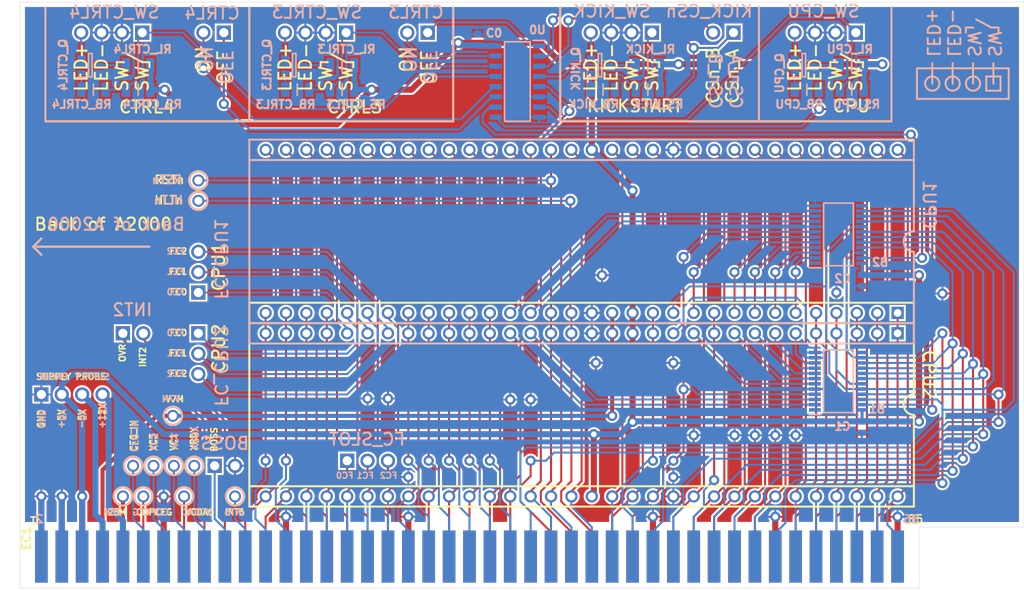
<source format=kicad_pcb>
(kicad_pcb (version 20231014) (generator "pcbnew") (generator_version "7.99")
  (layers (0 "F.Cu" signal "Top Layer") (31 "B.Cu" signal "Bottom Layer") (34 "B.Paste" user "Bottom Paste") (35 "F.Paste" user "Top Paste") (36 "B.SilkS" user "Bottom Overlay") (37 "F.SilkS" user "Top Overlay") (38 "B.Mask" user "Bottom Solder") (39 "F.Mask" user "Top Solder") (44 "Edge.Cuts" user))
  (net 0 "")
  (net 1 "CPU2_SELN")
  (net 2 "CPU1_SELN")
  (net 3 "VMAN_SLOT")
  (net 4 "VMAN_CPU2")
  (net 5 "VMAN_CPU1")
  (net 6 "UDSN_SLOT")
  (net 7 "UDSN_CPU2")
  (net 8 "UDSN_CPU1")
  (net 9 "RWN_SLOT")
  (net 10 "RWN_CPU2")
  (net 11 "RWN_CPU1")
  (net 12 "LDSN_SLOT")
  (net 13 "LDSN_CPU2")
  (net 14 "LDSN_CPU1")
  (net 15 "BGN_SLOT")
  (net 16 "BGN_CPU2")
  (net 17 "BGN_CPU1")
  (net 18 "ASN_SLOT")
  (net 19 "ASN_CPU2")
  (net 20 "ASN_CPU1")
  (net 21 "XRDY")
  (net 22 "VPAN")
  (net 23 "VCDAC")
  (net 24 "VC3")
  (net 25 "VC1")
  (net 26 "V7M")
  (net 27 "RSTN")
  (net 28 "OVR")
  (net 29 "NetQ_KICK_3")
  (net 30 "NetQ_KICK_2")
  (net 31 "NetQ_KICK_1")
  (net 32 "NetQ_CTRL4_3")
  (net 33 "NetQ_CTRL4_2")
  (net 34 "NetQ_CTRL4_1")
  (net 35 "NetQ_CTRL3_3")
  (net 36 "NetQ_CTRL3_2")
  (net 37 "NetQ_CTRL3_1")
  (net 38 "NetQ_CPU_3")
  (net 39 "NetQ_CPU_1")
  (net 40 "KICK_SW")
  (net 41 "KICK2_CSN")
  (net 42 "KICK1_CSN")
  (net 43 "IPL2N")
  (net 44 "IPL1N")
  (net 45 "IPL0N")
  (net 46 "INT6")
  (net 47 "INT2")
  (net 48 "HLTN")
  (net 49 "GND")
  (net 50 "FC2_SLOT")
  (net 51 "FC2_CPU2")
  (net 52 "FC2_CPU1")
  (net 53 "FC1_SLOT")
  (net 54 "FC1_CPU2")
  (net 55 "FC1_CPU1")
  (net 56 "FC0_SLOT")
  (net 57 "FC0_CPU2")
  (net 58 "FC0_CPU1")
  (net 59 "E_SLOT")
  (net 60 "E_CPU2")
  (net 61 "E_CPU1")
  (net 62 "DTACKN")
  (net 63 "D15")
  (net 64 "D14")
  (net 65 "D13")
  (net 66 "D12")
  (net 67 "D11")
  (net 68 "D10")
  (net 69 "D9")
  (net 70 "D8")
  (net 71 "D7")
  (net 72 "D6")
  (net 73 "D5")
  (net 74 "D4")
  (net 75 "D3")
  (net 76 "D2")
  (net 77 "D1")
  (net 78 "D0")
  (net 79 "CTRL4_SW")
  (net 80 "CTRL4_ON")
  (net 81 "CTRL4_OFF")
  (net 82 "CTRL3_SW")
  (net 83 "CTRL3_ON")
  (net 84 "CTRL3_OFF")
  (net 85 "CPU_SW")
  (net 86 "CPU_LED")
  (net 87 "COPCFG")
  (net 88 "CFG_IN")
  (net 89 "BRN")
  (net 90 "BOSS")
  (net 91 "BGACKN_SLOT")
  (net 92 "BGACKN_CPU2")
  (net 93 "BGACKN_CPU1")
  (net 94 "BERRN")
  (net 95 "A23")
  (net 96 "A22")
  (net 97 "A21")
  (net 98 "A20")
  (net 99 "A19")
  (net 100 "A18")
  (net 101 "A17")
  (net 102 "A16")
  (net 103 "A15")
  (net 104 "A14")
  (net 105 "A13")
  (net 106 "A12")
  (net 107 "A11")
  (net 108 "A10")
  (net 109 "A9")
  (net 110 "A8")
  (net 111 "A7")
  (net 112 "A6")
  (net 113 "A5")
  (net 114 "A4")
  (net 115 "A3")
  (net 116 "A2")
  (net 117 "A1")
  (net 118 "28M")
  (net 119 "-5V")
  (net 120 "+12V")
  (net 121 "+5V")
  (footprint "MyConnectors.IntLib:Card Edge 86DS 100mil" (layer "F.Cu") (at 85.953605 141.516095)
    (property "Reference" "EC1")
    (property "Value" "Card Edge 86pos" (hide yes))
  )
  (footprint "MyConnectors.IntLib:DIP64 900mil 2xSIP32" (layer "F.Cu") (at 155.930605 118.656095 -90)
    (property "Reference" "CPU2")
    (property "Value" "MC68000P" (hide yes))
  )
  (footprint "MyTransistors.IntLib:SOT95P230X110-3N" (layer "B.Cu") (at 183.616605 76.365095)
    (property "Reference" "Q_CPU")
    (property "Value" "PMBT2222A_235" (hide yes))
  )
  (footprint "MyConnectors.IntLib:Harwin M20-9770446" (layer "B.Cu") (at 88.620605 117.386095 -90)
    (property "Reference" "SUPPLY")
    (property "Value" "Header 1x4 SSS" (hide yes))
  )
  (footprint "MyConnectors.IntLib:Test Point Throughhole 60mil" (layer "B.Cu") (at 101.320605 130.086095 90)
    (property "Reference" "COPCFG")
    (property "Value" "Test Point" (hide yes))
  )
  (footprint "MyConnectors.IntLib:Test Point Throughhole 60mil" (layer "B.Cu") (at 108.178605 93.256095 90)
    (property "Reference" "HLTn")
    (property "Value" "Test Point" (hide yes))
  )
  (footprint "MyResistors.IntLib:SMD C3216 X 60N" (layer "B.Cu") (at 100.685605 76.365095 180)
    (property "Reference" "RL_CTRL4")
    (property "Value" "%" (hide yes))
  )
  (footprint "MyConnectors.IntLib:Harwin M20-9770246" (layer "B.Cu") (at 174.853605 72.301095 90)
    (property "Reference" "KICK_CSn")
    (property "Value" "Header 1x2 SSS" (hide yes))
  )
  (footprint "MyResistors.IntLib:SMD C3216 X 60N" (layer "B.Cu") (at 189.585605 79.413095)
    (property "Reference" "RS_CPU")
    (property "Value" "%" (hide yes))
  )
  (footprint "MyConnectors.IntLib:Harwin M20-9770246" (layer "B.Cu") (at 136.753605 72.301095 90)
    (property "Reference" "CTRL3")
    (property "Value" "Header 1x2 SSS" (hide yes))
  )
  (footprint "MyConnectors.IntLib:Harwin M20-9770246" (layer "B.Cu") (at 111.353605 72.301095 90)
    (property "Reference" "CTRL4")
    (property "Value" "Header 1x2 SSS" (hide yes))
  )
  (footprint "MyMuxDemux.IntLib:SOP65P640X120-24N" (layer "B.Cu") (at 187.934605 97.447095)
    (property "Reference" "B2")
    (property "Value" "SN74CBTD3861PWR" (hide yes))
  )
  (footprint "MyResistors.IntLib:SMD C3216 X 60N" (layer "B.Cu") (at 95.097605 79.413095 180)
    (property "Reference" "RB_CTRL4")
    (property "Value" "%" (hide yes))
  )
  (footprint "MyConnectors.IntLib:Harwin M20-9770446" (layer "B.Cu") (at 164.693605 72.301095 90)
    (property "Reference" "SW_KICK")
    (property "Value" "Header 1x4 SSS" (hide yes))
  )
  (footprint "MyResistors.IntLib:SMD C3216 X 60N" (layer "B.Cu") (at 126.085605 76.365095 180)
    (property "Reference" "RL_CTRL3")
    (property "Value" "%" (hide yes))
  )
  (footprint "MyMuxDemux.IntLib:SOP65P640X120-24N" (layer "B.Cu") (at 187.934605 115.735095)
    (property "Reference" "B1")
    (property "Value" "SN74CBTD3861PWR" (hide yes))
  )
  (footprint "MyConnectors.IntLib:Harwin M20-9770246" (layer "B.Cu") (at 98.780605 109.766095 -90)
    (property "Reference" "INT2")
    (property "Value" "Header 1x2 SSS" (hide yes))
  )
  (footprint "MyResistors.IntLib:SMD C3216 X 60N" (layer "B.Cu") (at 126.085605 79.413095)
    (property "Reference" "RS_CTRL3")
    (property "Value" "%" (hide yes))
  )
  (footprint "MyConnectors.IntLib:Test Point Throughhole 60mil" (layer "B.Cu") (at 108.178605 90.716095 90)
    (property "Reference" "RSTn")
    (property "Value" "Test Point" (hide yes))
  )
  (footprint "MyTransistors.IntLib:SOT95P230X110-3N" (layer "B.Cu") (at 158.216605 76.365095)
    (property "Reference" "Q_KICK")
    (property "Value" "PMBT2222A_235" (hide yes))
  )
  (footprint "MyConnectors.IntLib:Test Point Throughhole 60mil" (layer "B.Cu") (at 102.590605 126.276095 90)
    (property "Reference" "VC3")
    (property "Value" "Test Point" (hide yes))
  )
  (footprint "MyConnectors.IntLib:Harwin M20-9770346" (layer "B.Cu") (at 108.178605 109.766095 180)
    (property "Reference" "FC_CPU2")
    (property "Value" "Header 1x3 SSS" (hide yes))
  )
  (footprint "MyConnectors.IntLib:Harwin M20-9770246" (layer "B.Cu") (at 110.210605 126.276095 -90)
    (property "Reference" "BOSS")
    (property "Value" "Header 1x2 SSS" (hide yes))
  )
  (footprint "MyConnectors.IntLib:Test Point Throughhole 60mil" (layer "B.Cu") (at 98.780605 130.086095 90)
    (property "Reference" "28M")
    (property "Value" "Test Point" (hide yes))
  )
  (footprint "MyConnectors.IntLib:Harwin M20-9770446" (layer "B.Cu") (at 126.593605 72.301095 90)
    (property "Reference" "SW_CTRL3")
    (property "Value" "Header 1x4 SSS" (hide yes))
  )
  (footprint "MyConnectors.IntLib:Test Point Throughhole 60mil" (layer "B.Cu") (at 112.750605 130.086095 90)
    (property "Reference" "INT6")
    (property "Value" "Test Point" (hide yes))
  )
  (footprint "MyTransistors.IntLib:SOT95P230X110-3N" (layer "B.Cu") (at 120.116605 76.365095)
    (property "Reference" "Q_CTRL3")
    (property "Value" "PMBT2222A_235" (hide yes))
  )
  (footprint "MyConnectors.IntLib:Test Point Throughhole 60mil" (layer "B.Cu") (at 106.400605 130.086095 90)
    (property "Reference" "VCDAC")
    (property "Value" "Test Point" (hide yes))
  )
  (footprint "MyResistors.IntLib:SMD C3216 X 60N" (layer "B.Cu") (at 164.185605 79.413095)
    (property "Reference" "RS_KICK")
    (property "Value" "%" (hide yes))
  )
  (footprint "MyResistors.IntLib:SMD C3216 X 60N" (layer "B.Cu") (at 164.185605 76.365095 180)
    (property "Reference" "RL_KICK")
    (property "Value" "%" (hide yes))
  )
  (footprint "MyConnectors.IntLib:Harwin M20-9770346" (layer "B.Cu") (at 126.720605 125.641095 -90)
    (property "Reference" "FC_SLOT")
    (property "Value" "Header 1x3 SSS" (hide yes))
  )
  (footprint "MyCapacitors.IntLib:SMD 1608 X95N" (layer "B.Cu") (at 190.855605 121.450095 -90)
    (property "Reference" "C1")
    (property "Value" "X7R" (hide yes))
  )
  (footprint "MyConnectors.IntLib:Test Point Throughhole 60mil" (layer "B.Cu") (at 107.670605 126.276095 90)
    (property "Reference" "XRDY")
    (property "Value" "Test Point" (hide yes))
  )
  (footprint "MyConnectors.IntLib:Harwin M20-9770446" (layer "B.Cu") (at 190.093605 72.301095 90)
    (property "Reference" "SW_CPU")
    (property "Value" "Header 1x4 SSS" (hide yes))
  )
  (footprint "MyFlopLatches.IntLib:SOIC127P600X175-16N" (layer "B.Cu") (at 147.929605 78.397095 180)
    (property "Reference" "U0")
    (property "Value" "CD4042BDR" (hide yes))
  )
  (footprint "MyConnectors.IntLib:Harwin M20-9770446" (layer "B.Cu") (at 101.193605 72.301095 90)
    (property "Reference" "SW_CTRL4")
    (property "Value" "Header 1x4 SSS" (hide yes))
  )
  (footprint "MyConnectors.IntLib:Test Point Throughhole 60mil" (layer "B.Cu") (at 100.050605 126.276095 90)
    (property "Reference" "CFG_IN")
    (property "Value" "Test Point" (hide yes))
  )
  (footprint "MyCapacitors.IntLib:SMD 1608 X95N" (layer "B.Cu") (at 142.976605 73.190095 90)
    (property "Reference" "C0")
    (property "Value" "X7R" (hide yes))
  )
  (footprint "MyTransistors.IntLib:SOT95P230X110-3N" (layer "B.Cu") (at 94.716605 76.365095)
    (property "Reference" "Q_CTRL4")
    (property "Value" "PMBT2222A_235" (hide yes))
  )
  (footprint "MyConnectors.IntLib:DIP64 900mil 2xSIP32" (layer "B.Cu") (at 155.930605 98.336095 90)
    (property "Reference" "CPU1")
    (property "Value" "MC68000P" (hide yes))
  )
  (footprint "MyConnectors.IntLib:Harwin M20-9770346" (layer "B.Cu") (at 108.178605 104.686095)
    (property "Reference" "FC_CPU1")
    (property "Value" "Header 1x3 SSS" (hide yes))
  )
  (footprint "MyResistors.IntLib:SMD C3216 X 60N" (layer "B.Cu") (at 100.685605 79.413095)
    (property "Reference" "RS_CTRL4")
    (property "Value" "%" (hide yes))
  )
  (footprint "MyCapacitors.IntLib:SMD 1608 X95N" (layer "B.Cu") (at 190.855605 103.162095 -90)
    (property "Reference" "C2")
    (property "Value" "X7R" (hide yes))
  )
  (footprint "MyResistors.IntLib:SMD C3216 X 60N" (layer "B.Cu") (at 189.585605 76.365095 180)
    (property "Reference" "RL_CPU")
    (property "Value" "%" (hide yes))
  )
  (footprint "MyConnectors.IntLib:Test Point Throughhole 60mil" (layer "B.Cu") (at 105.130605 126.276095 180)
    (property "Reference" "VC1")
    (property "Value" "Test Point" (hide yes))
  )
  (footprint "MyConnectors.IntLib:Test Point Throughhole 60mil" (layer "B.Cu") (at 105.003605 120.053095 90)
    (property "Reference" "V7M")
    (property "Value" "Test Point" (hide yes))
  )
  (footprint "MyResistors.IntLib:SMD C3216 X 60N" (layer "B.Cu") (at 183.997605 79.413095 180)
    (property "Reference" "RB_CPU")
    (property "Value" "%" (hide yes))
  )
  (footprint "MyResistors.IntLib:SMD C3216 X 60N" (layer "B.Cu") (at 158.597605 79.413095 180)
    (property "Reference" "RB_KICK")
    (property "Value" "%" (hide yes))
  )
  (footprint "MyResistors.IntLib:SMD C3216 X 60N" (layer "B.Cu") (at 120.497605 79.413095 180)
    (property "Reference" "RB_CTRL3")
    (property "Value" "%" (hide yes))
  )
  (gr_line (start 87.604605 98.971095) (end 102.082605 98.971095) (stroke (width 0.254)) (layer "B.SilkS"))
  (gr_line (start 194.538605 83.350095) (end 194.538605 69.126095) (stroke (width 0.254)) (layer "B.SilkS"))
  (gr_line (start 197.713605 80.556095) (end 209.143605 80.556095) (stroke (width 0.254)) (layer "B.SilkS"))
  (gr_line (start 203.809605 72.301095) (end 203.809605 71.666095) (stroke (width 0.254)) (layer "B.SilkS"))
  (gr_line (start 203.809605 71.666095) (end 204.698605 71.666095) (stroke (width 0.254)) (layer "B.SilkS"))
  (gr_line (start 208.127605 79.540095) (end 208.127605 77.762095) (stroke (width 0.254)) (layer "B.SilkS"))
  (gr_line (start 204.698605 78.651095) (end 204.698605 76.111095) (stroke (width 0.254)) (layer "B.SilkS"))
  (gr_circle (center 204.698605 78.651095) (end 204.698605 77.762095) (stroke (width 0.254)) (fill none) (layer "B.SilkS"))
  (gr_line (start 207.238605 78.651095) (end 207.238605 76.111095) (stroke (width 0.254)) (layer "B.SilkS"))
  (gr_line (start 114.528605 83.350095) (end 114.528605 69.126095) (stroke (width 0.254)) (layer "B.SilkS"))
  (gr_line (start 197.713605 76.746095) (end 209.143605 76.746095) (stroke (width 0.254)) (layer "B.SilkS"))
  (gr_line (start 202.158605 78.651095) (end 202.158605 76.111095) (stroke (width 0.254)) (layer "B.SilkS"))
  (gr_line (start 199.618605 78.651095) (end 199.618605 76.111095) (stroke (width 0.254)) (layer "B.SilkS"))
  (gr_line (start 197.713605 80.556095) (end 197.713605 76.746095) (stroke (width 0.254)) (layer "B.SilkS"))
  (gr_line (start 89.128605 83.350095) (end 139.928605 83.350095) (stroke (width 0.254)) (layer "B.SilkS"))
  (gr_line (start 207.873605 72.301095) (end 207.873605 71.666095) (stroke (width 0.254)) (layer "B.SilkS"))
  (gr_line (start 178.028605 83.350095) (end 178.028605 69.126095) (stroke (width 0.254)) (layer "B.SilkS"))
  (gr_line (start 153.263605 83.350095) (end 153.263605 69.126095) (stroke (width 0.254)) (layer "B.SilkS"))
  (gr_line (start 87.604605 98.971095) (end 88.620605 99.987095) (stroke (width 0.254)) (layer "B.SilkS"))
  (gr_line (start 206.349605 79.540095) (end 208.127605 79.540095) (stroke (width 0.254)) (layer "B.SilkS"))
  (gr_line (start 206.349605 79.540095) (end 206.349605 77.762095) (stroke (width 0.254)) (layer "B.SilkS"))
  (gr_circle (center 199.618605 78.651095) (end 199.618605 77.762095) (stroke (width 0.254)) (fill none) (layer "B.SilkS"))
  (gr_line (start 206.984605 71.666095) (end 207.873605 71.666095) (stroke (width 0.254)) (layer "B.SilkS"))
  (gr_line (start 153.263605 83.350095) (end 194.538605 83.350095) (stroke (width 0.254)) (layer "B.SilkS"))
  (gr_line (start 205.079605 70.650095) (end 206.984605 71.666095) (stroke (width 0.254)) (layer "B.SilkS"))
  (gr_line (start 209.143605 80.556095) (end 209.143605 76.746095) (stroke (width 0.254)) (layer "B.SilkS"))
  (gr_line (start 87.604605 98.971095) (end 88.620605 97.955095) (stroke (width 0.254)) (layer "B.SilkS"))
  (gr_circle (center 202.158605 78.651095) (end 202.158605 77.762095) (stroke (width 0.254)) (fill none) (layer "B.SilkS"))
  (gr_line (start 139.928605 83.350095) (end 139.928605 69.126095) (stroke (width 0.254)) (layer "B.SilkS"))
  (gr_line (start 89.128605 83.350095) (end 89.128605 69.126095) (stroke (width 0.254)) (layer "B.SilkS"))
  (gr_line (start 206.349605 77.762095) (end 208.127605 77.762095) (stroke (width 0.254)) (layer "B.SilkS"))
  (gr_line (start 194.538605 83.350095) (end 194.538605 69.126095) (stroke (width 0.254)) (layer "F.SilkS"))
  (gr_line (start 127.482605 76.619095) (end 127.482605 75.984095) (stroke (width 0.254)) (layer "F.SilkS"))
  (gr_line (start 87.604605 98.971095) (end 88.620605 97.955095) (stroke (width 0.254)) (layer "F.SilkS"))
  (gr_line (start 190.982605 76.619095) (end 190.982605 75.984095) (stroke (width 0.254)) (layer "F.SilkS"))
  (gr_line (start 101.193605 75.984095) (end 102.082605 75.984095) (stroke (width 0.254)) (layer "F.SilkS"))
  (gr_line (start 188.188605 74.968095) (end 190.093605 75.984095) (stroke (width 0.254)) (layer "F.SilkS"))
  (gr_line (start 178.028605 83.350095) (end 178.028605 69.126095) (stroke (width 0.254)) (layer "F.SilkS"))
  (gr_line (start 161.518605 76.619095) (end 161.518605 75.984095) (stroke (width 0.254)) (layer "F.SilkS"))
  (gr_line (start 102.082605 76.619095) (end 102.082605 75.984095) (stroke (width 0.254)) (layer "F.SilkS"))
  (gr_line (start 126.593605 75.984095) (end 127.482605 75.984095) (stroke (width 0.254)) (layer "F.SilkS"))
  (gr_line (start 153.263605 83.350095) (end 153.263605 69.126095) (stroke (width 0.254)) (layer "F.SilkS"))
  (gr_line (start 98.018605 76.619095) (end 98.018605 75.984095) (stroke (width 0.254)) (layer "F.SilkS"))
  (gr_line (start 186.918605 75.984095) (end 187.807605 75.984095) (stroke (width 0.254)) (layer "F.SilkS"))
  (gr_line (start 114.528605 83.350095) (end 114.528605 69.126095) (stroke (width 0.254)) (layer "F.SilkS"))
  (gr_line (start 89.128605 83.350095) (end 89.128605 69.126095) (stroke (width 0.254)) (layer "F.SilkS"))
  (gr_line (start 87.604605 98.971095) (end 88.620605 99.987095) (stroke (width 0.254)) (layer "F.SilkS"))
  (gr_line (start 162.788605 74.968095) (end 164.693605 75.984095) (stroke (width 0.254)) (layer "F.SilkS"))
  (gr_line (start 165.582605 76.619095) (end 165.582605 75.984095) (stroke (width 0.254)) (layer "F.SilkS"))
  (gr_line (start 89.128605 83.350095) (end 139.928605 83.350095) (stroke (width 0.254)) (layer "F.SilkS"))
  (gr_line (start 153.263605 83.350095) (end 178.028605 83.350095) (stroke (width 0.254)) (layer "F.SilkS"))
  (gr_line (start 186.918605 76.619095) (end 186.918605 75.984095) (stroke (width 0.254)) (layer "F.SilkS"))
  (gr_line (start 98.018605 75.984095) (end 98.907605 75.984095) (stroke (width 0.254)) (layer "F.SilkS"))
  (gr_line (start 123.418605 76.619095) (end 123.418605 75.984095) (stroke (width 0.254)) (layer "F.SilkS"))
  (gr_line (start 87.604605 98.971095) (end 102.082605 98.971095) (stroke (width 0.254)) (layer "F.SilkS"))
  (gr_line (start 190.093605 75.984095) (end 190.982605 75.984095) (stroke (width 0.254)) (layer "F.SilkS"))
  (gr_line (start 178.028605 83.350095) (end 194.538605 83.350095) (stroke (width 0.254)) (layer "F.SilkS"))
  (gr_line (start 164.693605 75.984095) (end 165.582605 75.984095) (stroke (width 0.254)) (layer "F.SilkS"))
  (gr_line (start 124.688605 74.968095) (end 126.593605 75.984095) (stroke (width 0.254)) (layer "F.SilkS"))
  (gr_line (start 123.418605 75.984095) (end 124.307605 75.984095) (stroke (width 0.254)) (layer "F.SilkS"))
  (gr_line (start 139.928605 83.350095) (end 139.928605 69.126095) (stroke (width 0.254)) (layer "F.SilkS"))
  (gr_line (start 161.518605 75.984095) (end 162.407605 75.984095) (stroke (width 0.254)) (layer "F.SilkS"))
  (gr_line (start 99.288605 74.968095) (end 101.193605 75.984095) (stroke (width 0.254)) (layer "F.SilkS"))
  (gr_line (start 85.953585 68.491095) (end 85.953595 141.516105) (stroke (width 0.05)) (layer "Edge.Cuts"))
  (gr_line (start 197.967605 133.896095) (end 211.048605 133.896095) (stroke (width 0.05)) (layer "Edge.Cuts"))
  (gr_line (start 211.048605 133.896095) (end 211.048615 68.491095) (stroke (width 0.05)) (layer "Edge.Cuts"))
  (gr_line (start 197.967595 141.516105) (end 197.967605 133.896095) (stroke (width 0.05)) (layer "Edge.Cuts"))
  (gr_line (start 211.048615 68.491095) (end 85.953585 68.491095) (stroke (width 0.05)) (layer "Edge.Cuts"))
  (gr_line (start 85.953595 141.516105) (end 197.967595 141.516105) (stroke (width 0.05)) (layer "Edge.Cuts"))
  (gr_text "Back of A2000" (at 106.654605 97.066095 360) (layer "B.SilkS") (effects (font (size 1.524 1.524) (thickness 0.254)) (justify left bottom mirror)))
  (gr_text "FC2" (at 106.527605 99.987095 360) (layer "B.SilkS") (effects (font (size 0.762 0.762) (thickness 0.2032)) (justify left bottom mirror)))
  (gr_text "LED-" (at 201.396605 75.476095 270) (layer "B.SilkS") (effects (font (size 1.524 1.524) (thickness 0.254)) (justify left bottom mirror)))
  (gr_text "OFF" (at 136.118605 78.905095 270) (layer "B.SilkS") (effects (font (size 1.524 1.524) (thickness 0.254)) (justify left bottom mirror)))
  (gr_text "FC2" (at 133.070605 127.927095 360) (layer "B.SilkS") (effects (font (size 0.762 0.762) (thickness 0.2032)) (justify left bottom mirror)))
  (gr_text "+12V" (at 95.859605 121.704095 270) (layer "B.SilkS") (effects (font (size 0.762 0.762) (thickness 0.2032)) (justify left bottom mirror)))
  (gr_text "CSn_A" (at 174.218605 81.953095 270) (layer "B.SilkS") (effects (font (size 1.524 1.524) (thickness 0.254)) (justify left bottom mirror)))
  (gr_text "OFF" (at 110.718605 78.905095 270) (layer "B.SilkS") (effects (font (size 1.524 1.524) (thickness 0.254)) (justify left bottom mirror)))
  (gr_text "ON" (at 108.178605 77.381095 270) (layer "B.SilkS") (effects (font (size 1.524 1.524) (thickness 0.254)) (justify left bottom mirror)))
  (gr_text "LED+" (at 198.856605 75.476095 270) (layer "B.SilkS") (effects (font (size 1.524 1.524) (thickness 0.254)) (justify left bottom mirror)))
  (gr_text "SW" (at 206.476605 75.476095 270) (layer "B.SilkS") (effects (font (size 1.524 1.524) (thickness 0.254)) (justify left bottom mirror)))
  (gr_text "CSn_B" (at 171.678605 81.953095 270) (layer "B.SilkS") (effects (font (size 1.524 1.524) (thickness 0.254)) (justify left bottom mirror)))
  (gr_text "SW" (at 203.936605 75.476095 270) (layer "B.SilkS") (effects (font (size 1.524 1.524) (thickness 0.254)) (justify left bottom mirror)))
  (gr_text "FC0" (at 127.609605 127.927095 360) (layer "B.SilkS") (effects (font (size 0.762 0.762) (thickness 0.2032)) (justify left bottom mirror)))
  (gr_text "PROBE" (at 92.049605 115.608095 360) (layer "B.SilkS") (effects (font (size 0.762 0.762) (thickness 0.2032)) (justify left bottom mirror)))
  (gr_text "FC1" (at 130.149605 127.927095 360) (layer "B.SilkS") (effects (font (size 0.762 0.762) (thickness 0.2032)) (justify left bottom mirror)))
  (gr_text "GND" (at 88.239605 121.704095 270) (layer "B.SilkS") (effects (font (size 0.762 0.762) (thickness 0.2032)) (justify left bottom mirror)))
  (gr_text "+5V" (at 90.779605 121.704095 270) (layer "B.SilkS") (effects (font (size 0.762 0.762) (thickness 0.2032)) (justify left bottom mirror)))
  (gr_text "FC1" (at 106.527605 102.527095 360) (layer "B.SilkS") (effects (font (size 0.762 0.762) (thickness 0.2032)) (justify left bottom mirror)))
  (gr_text "FC2" (at 106.527605 115.227095 360) (layer "B.SilkS") (effects (font (size 0.762 0.762) (thickness 0.2032)) (justify left bottom mirror)))
  (gr_text "-5V" (at 93.319605 121.704095 270) (layer "B.SilkS") (effects (font (size 0.762 0.762) (thickness 0.2032)) (justify left bottom mirror)))
  (gr_text "FC1" (at 106.527605 112.687095 360) (layer "B.SilkS") (effects (font (size 0.762 0.762) (thickness 0.2032)) (justify left bottom mirror)))
  (gr_text "ON" (at 133.578605 77.381095 270) (layer "B.SilkS") (effects (font (size 1.524 1.524) (thickness 0.254)) (justify left bottom mirror)))
  (gr_text "FC0" (at 106.527605 110.147095 360) (layer "B.SilkS") (effects (font (size 0.762 0.762) (thickness 0.2032)) (justify left bottom mirror)))
  (gr_text "FC0" (at 106.527605 105.067095 360) (layer "B.SilkS") (effects (font (size 0.762 0.762) (thickness 0.2032)) (justify left bottom mirror)))
  (gr_text "VC3" (at 102.971605 124.498095 90) (layer "F.SilkS") (effects (font (size 0.762 0.762) (thickness 0.2032)) (justify left bottom)))
  (gr_text "BOSS" (at 110.591605 124.625095 90) (layer "F.SilkS") (effects (font (size 0.762 0.762) (thickness 0.2032)) (justify left bottom)))
  (gr_text "OFF" (at 112.242605 78.905095 90) (layer "F.SilkS") (effects (font (size 1.524 1.524) (thickness 0.254)) (justify left bottom)))
  (gr_text "SW" (at 99.542605 79.794095 90) (layer "F.SilkS") (effects (font (size 1.524 1.524) (thickness 0.254)) (justify left bottom)))
  (gr_text "SW" (at 190.982605 79.794095 90) (layer "F.SilkS") (effects (font (size 1.524 1.524) (thickness 0.254)) (justify left bottom)))
  (gr_text "VCDAC" (at 106.400605 132.499095 360) (layer "F.SilkS") (effects (font (size 0.762 0.762) (thickness 0.2032)) (justify left bottom)))
  (gr_text "CSn_A" (at 175.615605 81.318095 90) (layer "F.SilkS") (effects (font (size 1.524 1.524) (thickness 0.254)) (justify left bottom)))
  (gr_text "CSn_B" (at 173.202605 81.318095 90) (layer "F.SilkS") (effects (font (size 1.524 1.524) (thickness 0.254)) (justify left bottom)))
  (gr_text "SW" (at 188.442605 79.794095 90) (layer "F.SilkS") (effects (font (size 1.524 1.524) (thickness 0.254)) (justify left bottom)))
  (gr_text "FC2" (at 104.495605 115.227095 360) (layer "F.SilkS") (effects (font (size 0.762 0.762) (thickness 0.2032)) (justify left bottom)))
  (gr_text "+5V" (at 91.541605 121.704095 90) (layer "F.SilkS") (effects (font (size 0.762 0.762) (thickness 0.2032)) (justify left bottom)))
  (gr_text "ON" (at 109.575605 77.381095 90) (layer "F.SilkS") (effects (font (size 1.524 1.524) (thickness 0.254)) (justify left bottom)))
  (gr_text "V7M" (at 103.987605 118.402095 360) (layer "F.SilkS") (effects (font (size 0.762 0.762) (thickness 0.2032)) (justify left bottom)))
  (gr_text "GND" (at 89.001605 121.704095 90) (layer "F.SilkS") (effects (font (size 0.762 0.762) (thickness 0.2032)) (justify left bottom)))
  (gr_text "LED-" (at 97.002605 79.794095 90) (layer "F.SilkS") (effects (font (size 1.524 1.524) (thickness 0.254)) (justify left bottom)))
  (gr_text "CTRL4" (at 98.145605 82.461095 360) (layer "F.SilkS") (effects (font (size 1.524 1.524) (thickness 0.254)) (justify left bottom)))
  (gr_text "28M" (at 96.748605 132.499095 360) (layer "F.SilkS") (effects (font (size 0.762 0.762) (thickness 0.2032)) (justify left bottom)))
  (gr_text "FC2" (at 104.495605 99.987095 360) (layer "F.SilkS") (effects (font (size 0.762 0.762) (thickness 0.2032)) (justify left bottom)))
  (gr_text "SW" (at 102.082605 79.794095 90) (layer "F.SilkS") (effects (font (size 1.524 1.524) (thickness 0.254)) (justify left bottom)))
  (gr_text "FC0" (at 104.495605 110.147095 360) (layer "F.SilkS") (effects (font (size 0.762 0.762) (thickness 0.2032)) (justify left bottom)))
  (gr_text "XRDY" (at 108.051605 124.498095 90) (layer "F.SilkS") (effects (font (size 0.762 0.762) (thickness 0.2032)) (justify left bottom)))
  (gr_text "LED+" (at 157.962605 79.794095 90) (layer "F.SilkS") (effects (font (size 1.524 1.524) (thickness 0.254)) (justify left bottom)))
  (gr_text "LED+" (at 119.862605 79.794095 90) (layer "F.SilkS") (effects (font (size 1.524 1.524) (thickness 0.254)) (justify left bottom)))
  (gr_text "SW" (at 127.482605 79.794095 90) (layer "F.SilkS") (effects (font (size 1.524 1.524) (thickness 0.254)) (justify left bottom)))
  (gr_text "OVR" (at 99.161605 113.449095 90) (layer "F.SilkS") (effects (font (size 0.762 0.762) (thickness 0.2032)) (justify left bottom)))
  (gr_text "COPCFG" (at 100.304605 132.499095 360) (layer "F.SilkS") (effects (font (size 0.762 0.762) (thickness 0.2032)) (justify left bottom)))
  (gr_text "OFF" (at 137.642605 78.905095 90) (layer "F.SilkS") (effects (font (size 1.524 1.524) (thickness 0.254)) (justify left bottom)))
  (gr_text "SW" (at 124.942605 79.794095 90) (layer "F.SilkS") (effects (font (size 1.524 1.524) (thickness 0.254)) (justify left bottom)))
  (gr_text "LED-" (at 122.402605 79.794095 90) (layer "F.SilkS") (effects (font (size 1.524 1.524) (thickness 0.254)) (justify left bottom)))
  (gr_text "CPU2" (at 111.607605 114.846095 90) (layer "F.SilkS") (effects (font (size 1.524 1.524) (thickness 0.254)) (justify left bottom)))
  (gr_text "-5V" (at 94.081605 121.704095 90) (layer "F.SilkS") (effects (font (size 0.762 0.762) (thickness 0.2032)) (justify left bottom)))
  (gr_text "LED-" (at 160.502605 79.794095 90) (layer "F.SilkS") (effects (font (size 1.524 1.524) (thickness 0.254)) (justify left bottom)))
  (gr_text "INT6" (at 111.353605 132.499095 360) (layer "F.SilkS") (effects (font (size 0.762 0.762) (thickness 0.2032)) (justify left bottom)))
  (gr_text "KICKSTART" (at 156.438605 82.334095 360) (layer "F.SilkS") (effects (font (size 1.524 1.524) (thickness 0.254)) (justify left bottom)))
  (gr_text "FC1" (at 104.495605 112.687095 360) (layer "F.SilkS") (effects (font (size 0.762 0.762) (thickness 0.2032)) (justify left bottom)))
  (gr_text "ON" (at 134.975605 77.381095 90) (layer "F.SilkS") (effects (font (size 1.524 1.524) (thickness 0.254)) (justify left bottom)))
  (gr_text "Back of A2000" (at 87.604605 97.066095 360) (layer "F.SilkS") (effects (font (size 1.524 1.524) (thickness 0.254)) (justify left bottom)))
  (gr_text "CTRL3" (at 124.053605 82.461095 360) (layer "F.SilkS") (effects (font (size 1.524 1.524) (thickness 0.254)) (justify left bottom)))
  (gr_text "FC1" (at 104.495605 102.527095 360) (layer "F.SilkS") (effects (font (size 0.762 0.762) (thickness 0.2032)) (justify left bottom)))
  (gr_text "RSTn" (at 102.590605 91.224095 360) (layer "F.SilkS") (effects (font (size 1.016 1.016) (thickness 0.2032)) (justify left bottom)))
  (gr_text "SW" (at 163.042605 79.794095 90) (layer "F.SilkS") (effects (font (size 1.524 1.524) (thickness 0.254)) (justify left bottom)))
  (gr_text "HLTn" (at 102.590605 93.764095 360) (layer "F.SilkS") (effects (font (size 1.016 1.016) (thickness 0.2032)) (justify left bottom)))
  (gr_text "FC0" (at 104.495605 105.067095 360) (layer "F.SilkS") (effects (font (size 0.762 0.762) (thickness 0.2032)) (justify left bottom)))
  (gr_text "CFG_IN" (at 100.558605 124.625095 90) (layer "F.SilkS") (effects (font (size 0.762 0.762) (thickness 0.2032)) (justify left bottom)))
  (gr_text "LED-" (at 185.902605 79.794095 90) (layer "F.SilkS") (effects (font (size 1.524 1.524) (thickness 0.254)) (justify left bottom)))
  (gr_text "CPU" (at 187.045605 82.334095 360) (layer "F.SilkS") (effects (font (size 1.524 1.524) (thickness 0.254)) (justify left bottom)))
  (gr_text "SUPPLY PROBE" (at 87.858605 115.608095 360) (layer "F.SilkS") (effects (font (size 0.762 0.762) (thickness 0.2032)) (justify left bottom)))
  (gr_text "LED+" (at 94.462605 79.794095 90) (layer "F.SilkS") (effects (font (size 1.524 1.524) (thickness 0.254)) (justify left bottom)))
  (gr_text "INT2" (at 101.701605 114.084095 90) (layer "F.SilkS") (effects (font (size 0.762 0.762) (thickness 0.2032)) (justify left bottom)))
  (gr_text "LED+" (at 183.362605 79.794095 90) (layer "F.SilkS") (effects (font (size 1.524 1.524) (thickness 0.254)) (justify left bottom)))
  (gr_text "SW" (at 165.582605 79.794095 90) (layer "F.SilkS") (effects (font (size 1.524 1.524) (thickness 0.254)) (justify left bottom)))
  (gr_text "+12V" (at 96.621605 121.704095 90) (layer "F.SilkS") (effects (font (size 0.762 0.762) (thickness 0.2032)) (justify left bottom)))
  (gr_text "CPU1" (at 111.607605 104.686095 90) (layer "F.SilkS") (effects (font (size 1.524 1.524) (thickness 0.254)) (justify left bottom)))
  (gr_text "VC1" (at 105.511605 124.498095 90) (layer "F.SilkS") (effects (font (size 0.762 0.762) (thickness 0.2032)) (justify left bottom)))
  (segment (start 196.951605 85.001095) (end 198.348605 86.398095) (width 0.254) (layer "F.Cu") (net 1))
  (segment (start 198.348605 100.368095) (end 198.348605 86.398095) (width 0.254) (layer "F.Cu") (net 1))
  (via (at 196.951605 85.001095) (size 1.27) (drill 0.7112) (layers "F.Cu" "B.Cu") (net 1))
  (via (at 198.348605 100.368095) (size 1.27) (drill 0.7112) (layers "F.Cu" "B.Cu") (net 1))
  (segment (start 196.951605 85.001095) (end 197.205605 85.001095) (width 0.254) (layer "B.Cu") (net 1))
  (segment (start 143.611605 83.477095) (end 145.135605 85.001095) (width 0.254) (layer "B.Cu") (net 1))
  (segment (start 144.500605 81.572095) (end 145.217595 81.572095) (width 0.254) (layer "B.Cu") (net 1))
  (segment (start 143.611605 83.477095) (end 143.611605 82.461095) (width 0.254) (layer "B.Cu") (net 1))
  (segment (start 143.611605 82.461095) (end 144.500605 81.572095) (width 0.254) (layer "B.Cu") (net 1))
  (segment (start 145.135605 85.001095) (end 196.951605 85.001095) (width 0.254) (layer "B.Cu") (net 1))
  (segment (start 190.872605 100.372095) (end 198.344605 100.372095) (width 0.254) (layer "B.Cu") (net 1))
  (segment (start 198.344605 100.372095) (end 198.348605 100.368095) (width 0.254) (layer "B.Cu") (net 1))
  (segment (start 199.618605 119.291095) (end 199.618605 85.636095) (width 0.254) (layer "F.Cu") (net 2))
  (segment (start 185.521605 81.826095) (end 195.808605 81.826095) (width 0.254) (layer "F.Cu") (net 2))
  (segment (start 195.808605 81.826095) (end 199.618605 85.636095) (width 0.254) (layer "F.Cu") (net 2))
  (via (at 199.618605 119.291095) (size 1.27) (drill 0.7112) (layers "F.Cu" "B.Cu") (net 2))
  (via (at 185.521605 81.826095) (size 1.27) (drill 0.7112) (layers "F.Cu" "B.Cu") (net 2))
  (segment (start 145.217595 82.842095) (end 146.360595 83.985095) (width 0.254) (layer "B.Cu") (net 2))
  (segment (start 190.872605 118.660095) (end 198.987605 118.660095) (width 0.254) (layer "B.Cu") (net 2))
  (segment (start 146.360595 83.985095) (end 183.362605 83.985095) (width 0.254) (layer "B.Cu") (net 2))
  (segment (start 198.987605 118.660095) (end 199.618605 119.291095) (width 0.254) (layer "B.Cu") (net 2))
  (segment (start 183.362605 83.985095) (end 185.521605 81.826095) (width 0.254) (layer "B.Cu") (net 2))
  (segment (start 185.497625 81.802115) (end 185.521605 81.826095) (width 0.254) (layer "B.Cu") (net 2))
  (segment (start 185.497625 81.802115) (end 185.497625 79.413095) (width 0.254) (layer "B.Cu") (net 2))
  (segment (start 148.310605 128.816095) (end 149.580605 127.546095) (width 0.254) (layer "F.Cu") (net 3))
  (segment (start 207.873605 120.822765) (end 207.873605 117.386095) (width 0.254) (layer "F.Cu") (net 3))
  (segment (start 148.310605 130.721095) (end 148.310605 128.816095) (width 0.254) (layer "F.Cu") (net 3))
  (segment (start 152.120605 137.579095) (end 152.120605 134.531095) (width 0.254) (layer "F.Cu") (net 3))
  (segment (start 148.310605 130.721095) (end 152.120605 134.531095) (width 0.254) (layer "F.Cu") (net 3))
  (segment (start 149.580605 127.546095) (end 149.580605 125.641095) (width 0.254) (layer "F.Cu") (net 3))
  (via (at 207.873605 120.822765) (size 1.27) (drill 0.7112) (layers "F.Cu" "B.Cu") (net 3))
  (via (at 207.873605 117.386095) (size 1.27) (drill 0.7112) (layers "F.Cu" "B.Cu") (net 3))
  (via (at 149.580605 125.641095) (size 1.27) (drill 0.7112) (layers "F.Cu" "B.Cu") (net 3))
  (segment (start 151.485605 125.641095) (end 152.501605 124.625095) (width 0.254) (layer "B.Cu") (net 3))
  (segment (start 208.508605 116.751095) (end 208.508605 102.146095) (width 0.254) (layer "B.Cu") (net 3))
  (segment (start 201.534605 95.172095) (end 208.508605 102.146095) (width 0.254) (layer "B.Cu") (net 3))
  (segment (start 201.515935 120.822765) (end 207.873605 120.822765) (width 0.254) (layer "B.Cu") (net 3))
  (segment (start 149.580605 125.641095) (end 151.485605 125.641095) (width 0.254) (layer "B.Cu") (net 3))
  (segment (start 190.872605 95.172095) (end 201.534605 95.172095) (width 0.254) (layer "B.Cu") (net 3))
  (segment (start 190.872605 117.360095) (end 207.899605 117.360095) (width 0.254) (layer "B.Cu") (net 3))
  (segment (start 152.501605 124.625095) (end 197.713605 124.625095) (width 0.254) (layer "B.Cu") (net 3))
  (segment (start 207.899605 117.360095) (end 208.508605 116.751095) (width 0.254) (layer "B.Cu") (net 3))
  (segment (start 197.713605 124.625095) (end 201.515935 120.822765) (width 0.254) (layer "B.Cu") (net 3))
  (segment (start 149.580605 107.226095) (end 160.095605 96.711095) (width 0.254) (layer "B.Cu") (net 4))
  (segment (start 160.095605 96.711095) (end 160.984605 95.822095) (width 0.254) (layer "B.Cu") (net 4))
  (segment (start 160.984605 95.822095) (end 184.996605 95.822095) (width 0.254) (layer "B.Cu") (net 4))
  (segment (start 157.824605 118.010095) (end 184.996605 118.010095) (width 0.254) (layer "B.Cu") (net 5))
  (segment (start 149.580605 109.766095) (end 157.824605 118.010095) (width 0.254) (layer "B.Cu") (net 5))
  (segment (start 202.158605 126.911095) (end 202.158605 111.036095) (width 0.254) (layer "F.Cu") (net 6))
  (via (at 202.158605 126.911095) (size 1.27) (drill 0.7112) (layers "F.Cu" "B.Cu") (net 6))
  (via (at 202.158605 111.036095) (size 1.27) (drill 0.7112) (layers "F.Cu" "B.Cu") (net 6))
  (segment (start 199.999605 127.419095) (end 200.507605 126.911095) (width 0.254) (layer "B.Cu") (net 6))
  (segment (start 177.520605 137.579095) (end 177.520605 132.626095) (width 0.254) (layer "B.Cu") (net 6))
  (segment (start 190.872605 113.460095) (end 199.734605 113.460095) (width 0.254) (layer "B.Cu") (net 6))
  (segment (start 180.695605 127.419095) (end 199.999605 127.419095) (width 0.254) (layer "B.Cu") (net 6))
  (segment (start 199.084605 99.072095) (end 202.158605 102.146095) (width 0.254) (layer "B.Cu") (net 6))
  (segment (start 178.790605 131.356095) (end 178.790605 129.324095) (width 0.254) (layer "B.Cu") (net 6))
  (segment (start 200.507605 126.911095) (end 202.158605 126.911095) (width 0.254) (layer "B.Cu") (net 6))
  (segment (start 178.790605 129.324095) (end 180.695605 127.419095) (width 0.254) (layer "B.Cu") (net 6))
  (segment (start 202.158605 111.036095) (end 202.158605 102.146095) (width 0.254) (layer "B.Cu") (net 6))
  (segment (start 177.520605 132.626095) (end 178.790605 131.356095) (width 0.254) (layer "B.Cu") (net 6))
  (segment (start 190.872605 99.072095) (end 199.084605 99.072095) (width 0.254) (layer "B.Cu") (net 6))
  (segment (start 199.734605 113.460095) (end 202.158605 111.036095) (width 0.254) (layer "B.Cu") (net 6))
  (segment (start 180.060605 107.226095) (end 180.060605 102.146095) (width 0.254) (layer "F.Cu") (net 7))
  (via (at 180.060605 102.146095) (size 1.27) (drill 0.7112) (layers "F.Cu" "B.Cu") (net 7))
  (segment (start 182.484605 99.722095) (end 184.996605 99.722095) (width 0.254) (layer "B.Cu") (net 7))
  (segment (start 180.060605 102.146095) (end 182.484605 99.722095) (width 0.254) (layer "B.Cu") (net 7))
  (segment (start 183.134605 114.110095) (end 184.996605 114.110095) (width 0.254) (layer "B.Cu") (net 8))
  (segment (start 180.060605 111.036095) (end 180.060605 109.766095) (width 0.254) (layer "B.Cu") (net 8))
  (segment (start 180.060605 111.036095) (end 183.134605 114.110095) (width 0.254) (layer "B.Cu") (net 8))
  (segment (start 204.698605 123.863095) (end 204.698605 113.576095) (width 0.254) (layer "F.Cu") (net 9))
  (via (at 204.698605 113.576095) (size 1.27) (drill 0.7112) (layers "F.Cu" "B.Cu") (net 9))
  (via (at 204.698605 123.863095) (size 1.27) (drill 0.7112) (layers "F.Cu" "B.Cu") (net 9))
  (segment (start 172.440605 132.626095) (end 173.710605 131.356095) (width 0.254) (layer "B.Cu") (net 9))
  (segment (start 173.710605 131.356095) (end 173.710605 128.943095) (width 0.254) (layer "B.Cu") (net 9))
  (segment (start 190.872605 97.772095) (end 200.324605 97.772095) (width 0.254) (layer "B.Cu") (net 9))
  (segment (start 198.729605 126.149095) (end 201.015605 123.863095) (width 0.254) (layer "B.Cu") (net 9))
  (segment (start 176.504605 126.149095) (end 198.729605 126.149095) (width 0.254) (layer "B.Cu") (net 9))
  (segment (start 190.872605 114.760095) (end 203.514605 114.760095) (width 0.254) (layer "B.Cu") (net 9))
  (segment (start 172.440605 137.579095) (end 172.440605 132.626095) (width 0.254) (layer "B.Cu") (net 9))
  (segment (start 203.514605 114.760095) (end 204.698605 113.576095) (width 0.254) (layer "B.Cu") (net 9))
  (segment (start 201.015605 123.863095) (end 204.698605 123.863095) (width 0.254) (layer "B.Cu") (net 9))
  (segment (start 200.324605 97.772095) (end 204.698605 102.146095) (width 0.254) (layer "B.Cu") (net 9))
  (segment (start 204.698605 113.576095) (end 204.698605 102.146095) (width 0.254) (layer "B.Cu") (net 9))
  (segment (start 173.710605 128.943095) (end 176.504605 126.149095) (width 0.254) (layer "B.Cu") (net 9))
  (segment (start 174.980605 107.226095) (end 174.980605 102.146095) (width 0.254) (layer "F.Cu") (net 10))
  (via (at 174.980605 102.146095) (size 1.27) (drill 0.7112) (layers "F.Cu" "B.Cu") (net 10))
  (segment (start 178.704605 98.422095) (end 184.996605 98.422095) (width 0.254) (layer "B.Cu") (net 10))
  (segment (start 174.980605 102.146095) (end 178.704605 98.422095) (width 0.254) (layer "B.Cu") (net 10))
  (segment (start 174.980605 109.766095) (end 180.624605 115.410095) (width 0.254) (layer "B.Cu") (net 11))
  (segment (start 180.624605 115.410095) (end 184.996605 115.410095) (width 0.254) (layer "B.Cu") (net 11))
  (segment (start 203.428605 125.387095) (end 203.428605 112.306095) (width 0.254) (layer "F.Cu") (net 12))
  (via (at 203.428605 112.306095) (size 1.27) (drill 0.7112) (layers "F.Cu" "B.Cu") (net 12))
  (via (at 203.428605 125.387095) (size 1.27) (drill 0.7112) (layers "F.Cu" "B.Cu") (net 12))
  (segment (start 190.872605 114.110095) (end 201.624605 114.110095) (width 0.254) (layer "B.Cu") (net 12))
  (segment (start 199.364605 126.784095) (end 200.761605 125.387095) (width 0.254) (layer "B.Cu") (net 12))
  (segment (start 200.761605 125.387095) (end 203.428605 125.387095) (width 0.254) (layer "B.Cu") (net 12))
  (segment (start 174.980605 137.579095) (end 174.980605 132.626095) (width 0.254) (layer "B.Cu") (net 12))
  (segment (start 176.123605 131.483095) (end 176.123605 128.943095) (width 0.254) (layer "B.Cu") (net 12))
  (segment (start 199.704605 98.422095) (end 203.428605 102.146095) (width 0.254) (layer "B.Cu") (net 12))
  (segment (start 174.980605 132.626095) (end 176.123605 131.483095) (width 0.254) (layer "B.Cu") (net 12))
  (segment (start 190.872605 98.422095) (end 199.704605 98.422095) (width 0.254) (layer "B.Cu") (net 12))
  (segment (start 176.123605 128.943095) (end 178.282605 126.784095) (width 0.254) (layer "B.Cu") (net 12))
  (segment (start 203.428605 112.306095) (end 203.428605 102.146095) (width 0.254) (layer "B.Cu") (net 12))
  (segment (start 178.282605 126.784095) (end 199.364605 126.784095) (width 0.254) (layer "B.Cu") (net 12))
  (segment (start 201.624605 114.110095) (end 203.428605 112.306095) (width 0.254) (layer "B.Cu") (net 12))
  (segment (start 177.520605 107.226095) (end 177.520605 102.146095) (width 0.254) (layer "F.Cu") (net 13))
  (via (at 177.520605 102.146095) (size 1.27) (drill 0.7112) (layers "F.Cu" "B.Cu") (net 13))
  (segment (start 177.520605 102.146095) (end 180.594605 99.072095) (width 0.254) (layer "B.Cu") (net 13))
  (segment (start 180.594605 99.072095) (end 184.996605 99.072095) (width 0.254) (layer "B.Cu") (net 13))
  (segment (start 182.514605 114.760095) (end 184.996605 114.760095) (width 0.254) (layer "B.Cu") (net 14))
  (segment (start 177.520605 109.766095) (end 182.514605 114.760095) (width 0.254) (layer "B.Cu") (net 14))
  (segment (start 205.968605 122.339095) (end 205.968605 114.846095) (width 0.254) (layer "F.Cu") (net 15))
  (via (at 205.968605 114.846095) (size 1.27) (drill 0.7112) (layers "F.Cu" "B.Cu") (net 15))
  (via (at 205.968605 122.339095) (size 1.27) (drill 0.7112) (layers "F.Cu" "B.Cu") (net 15))
  (segment (start 205.404605 115.410095) (end 205.968605 114.846095) (width 0.254) (layer "B.Cu") (net 15))
  (segment (start 200.944605 97.122095) (end 205.968605 102.146095) (width 0.254) (layer "B.Cu") (net 15))
  (segment (start 172.186605 125.387095) (end 198.221605 125.387095) (width 0.254) (layer "B.Cu") (net 15))
  (segment (start 167.360605 132.626095) (end 168.630605 131.356095) (width 0.254) (layer "B.Cu") (net 15))
  (segment (start 205.968605 114.846095) (end 205.968605 102.146095) (width 0.254) (layer "B.Cu") (net 15))
  (segment (start 190.872605 97.122095) (end 200.944605 97.122095) (width 0.254) (layer "B.Cu") (net 15))
  (segment (start 198.221605 125.387095) (end 201.269605 122.339095) (width 0.254) (layer "B.Cu") (net 15))
  (segment (start 168.630605 128.943095) (end 172.186605 125.387095) (width 0.254) (layer "B.Cu") (net 15))
  (segment (start 167.360605 137.579095) (end 167.360605 132.626095) (width 0.254) (layer "B.Cu") (net 15))
  (segment (start 168.630605 131.356095) (end 168.630605 128.943095) (width 0.254) (layer "B.Cu") (net 15))
  (segment (start 201.269605 122.339095) (end 205.968605 122.339095) (width 0.254) (layer "B.Cu") (net 15))
  (segment (start 190.872605 115.410095) (end 205.404605 115.410095) (width 0.254) (layer "B.Cu") (net 15))
  (segment (start 169.900605 107.226095) (end 169.900605 102.146095) (width 0.254) (layer "F.Cu") (net 16))
  (via (at 169.900605 102.146095) (size 1.27) (drill 0.7112) (layers "F.Cu" "B.Cu") (net 16))
  (segment (start 169.900605 102.146095) (end 174.274605 97.772095) (width 0.254) (layer "B.Cu") (net 16))
  (segment (start 174.274605 97.772095) (end 184.996605 97.772095) (width 0.254) (layer "B.Cu") (net 16))
  (segment (start 169.900605 109.766095) (end 176.194605 116.060095) (width 0.254) (layer "B.Cu") (net 17))
  (segment (start 176.194605 116.060095) (end 184.996605 116.060095) (width 0.254) (layer "B.Cu") (net 17))
  (segment (start 200.888605 128.435095) (end 200.888605 109.766095) (width 0.254) (layer "F.Cu") (net 18))
  (via (at 200.888605 128.435095) (size 1.27) (drill 0.7112) (layers "F.Cu" "B.Cu") (net 18))
  (via (at 200.888605 109.766095) (size 1.27) (drill 0.7112) (layers "F.Cu" "B.Cu") (net 18))
  (segment (start 182.600605 128.054095) (end 200.507605 128.054095) (width 0.254) (layer "B.Cu") (net 18))
  (segment (start 188.950605 111.962595) (end 188.950605 100.622095) (width 0.254) (layer "B.Cu") (net 18))
  (segment (start 197.844605 112.810095) (end 200.888605 109.766095) (width 0.254) (layer "B.Cu") (net 18))
  (segment (start 189.850605 99.722095) (end 190.872605 99.722095) (width 0.254) (layer "B.Cu") (net 18))
  (segment (start 188.950605 100.622095) (end 189.850605 99.722095) (width 0.254) (layer "B.Cu") (net 18))
  (segment (start 180.060605 134.658095) (end 181.330605 133.388095) (width 0.254) (layer "B.Cu") (net 18))
  (segment (start 180.060605 137.579095) (end 180.060605 134.658095) (width 0.254) (layer "B.Cu") (net 18))
  (segment (start 181.330605 133.388095) (end 181.330605 129.324095) (width 0.254) (layer "B.Cu") (net 18))
  (segment (start 190.872605 112.810095) (end 197.844605 112.810095) (width 0.254) (layer "B.Cu") (net 18))
  (segment (start 189.754105 112.766095) (end 190.828605 112.766095) (width 0.254) (layer "B.Cu") (net 18))
  (segment (start 181.330605 129.324095) (end 182.600605 128.054095) (width 0.254) (layer "B.Cu") (net 18))
  (segment (start 188.950605 111.962595) (end 189.754105 112.766095) (width 0.254) (layer "B.Cu") (net 18))
  (segment (start 200.507605 128.054095) (end 200.888605 128.435095) (width 0.254) (layer "B.Cu") (net 18))
  (segment (start 182.600605 106.972095) (end 182.600605 102.146095) (width 0.254) (layer "F.Cu") (net 19))
  (segment (start 182.473605 107.099095) (end 182.600605 107.226095) (width 0.254) (layer "F.Cu") (net 19))
  (segment (start 182.473605 107.099095) (end 182.600605 106.972095) (width 0.254) (layer "F.Cu") (net 19))
  (via (at 182.600605 102.146095) (size 1.27) (drill 0.7112) (layers "F.Cu" "B.Cu") (net 19))
  (segment (start 182.600605 101.257095) (end 183.485605 100.372095) (width 0.254) (layer "B.Cu") (net 19))
  (segment (start 182.600605 102.146095) (end 182.600605 101.257095) (width 0.254) (layer "B.Cu") (net 19))
  (segment (start 183.485605 100.372095) (end 184.996605 100.372095) (width 0.254) (layer "B.Cu") (net 19))
  (segment (start 182.600605 112.306095) (end 182.600605 109.766095) (width 0.254) (layer "B.Cu") (net 20))
  (segment (start 182.600605 112.306095) (end 183.754605 113.460095) (width 0.254) (layer "B.Cu") (net 20))
  (segment (start 183.754605 113.460095) (end 184.996605 113.460095) (width 0.254) (layer "B.Cu") (net 20))
  (segment (start 107.670605 132.880095) (end 107.670605 126.276095) (width 0.254) (layer "B.Cu") (net 21))
  (segment (start 107.670605 132.880095) (end 108.940605 134.150095) (width 0.254) (layer "B.Cu") (net 21))
  (segment (start 108.940605 137.579095) (end 108.940605 134.150095) (width 0.254) (layer "B.Cu") (net 21))
  (segment (start 144.500605 125.641095) (end 144.500605 109.766095) (width 0.254) (layer "F.Cu") (net 22))
  (segment (start 144.500605 109.766095) (end 144.500605 107.226095) (width 0.254) (layer "F.Cu") (net 22))
  (via (at 144.500605 125.641095) (size 1.27) (drill 0.7112) (layers "F.Cu" "B.Cu") (net 22))
  (segment (start 144.500605 125.641095) (end 145.770605 126.911095) (width 0.254) (layer "B.Cu") (net 22))
  (segment (start 145.770605 131.356095) (end 145.770605 126.911095) (width 0.254) (layer "B.Cu") (net 22))
  (segment (start 145.770605 131.356095) (end 147.040605 132.626095) (width 0.254) (layer "B.Cu") (net 22))
  (segment (start 147.040605 137.579095) (end 147.040605 132.626095) (width 0.254) (layer "B.Cu") (net 22))
  (segment (start 106.400605 137.579095) (end 106.400605 130.086095) (width 0.254) (layer "F.Cu") (net 23))
  (segment (start 103.860605 137.579095) (end 103.860605 134.150095) (width 0.254) (layer "B.Cu") (net 24))
  (segment (start 102.590605 132.880095) (end 102.590605 126.276095) (width 0.254) (layer "B.Cu") (net 24))
  (segment (start 102.590605 132.880095) (end 103.860605 134.150095) (width 0.254) (layer "B.Cu") (net 24))
  (segment (start 105.130605 132.880095) (end 105.130605 126.276095) (width 0.254) (layer "B.Cu") (net 25))
  (segment (start 106.400605 137.579095) (end 106.400605 134.150095) (width 0.254) (layer "B.Cu") (net 25))
  (segment (start 105.130605 132.880095) (end 106.400605 134.150095) (width 0.254) (layer "B.Cu") (net 25))
  (segment (start 159.740605 107.480095) (end 159.867605 107.353095) (width 0.508) (layer "F.Cu") (net 26))
  (segment (start 96.240605 137.579095) (end 96.240605 126.784095) (width 0.508) (layer "F.Cu") (net 26))
  (segment (start 159.740605 120.053095) (end 159.740605 107.480095) (width 0.508) (layer "F.Cu") (net 26))
  (segment (start 159.740605 107.226095) (end 159.867605 107.353095) (width 0.508) (layer "F.Cu") (net 26))
  (segment (start 102.971605 120.053095) (end 105.511605 120.053095) (width 0.508) (layer "F.Cu") (net 26))
  (segment (start 96.240605 126.784095) (end 102.971605 120.053095) (width 0.508) (layer "F.Cu") (net 26))
  (via (at 159.740605 120.053095) (size 1.27) (drill 0.7112) (layers "F.Cu" "B.Cu") (net 26))
  (segment (start 105.511605 120.053095) (end 159.740605 120.053095) (width 0.508) (layer "B.Cu") (net 26))
  (segment (start 154.660605 137.579095) (end 154.660605 134.531095) (width 0.254) (layer "F.Cu") (net 27))
  (segment (start 150.850605 130.721095) (end 154.660605 134.531095) (width 0.254) (layer "F.Cu") (net 27))
  (segment (start 150.850605 130.721095) (end 150.850605 129.451095) (width 0.254) (layer "F.Cu") (net 27))
  (segment (start 150.850605 85.636095) (end 154.406605 82.080095) (width 0.254) (layer "F.Cu") (net 27))
  (segment (start 150.850605 129.451095) (end 152.120605 128.181095) (width 0.254) (layer "F.Cu") (net 27))
  (segment (start 150.850605 88.176095) (end 150.850605 85.636095) (width 0.254) (layer "F.Cu") (net 27))
  (segment (start 152.120605 90.716095) (end 152.120605 89.446095) (width 0.254) (layer "F.Cu") (net 27))
  (segment (start 152.120605 109.766095) (end 152.120605 107.226095) (width 0.254) (layer "F.Cu") (net 27))
  (segment (start 152.120605 107.226095) (end 152.120605 90.716095) (width 0.254) (layer "F.Cu") (net 27))
  (segment (start 150.850605 88.176095) (end 152.120605 89.446095) (width 0.254) (layer "F.Cu") (net 27))
  (segment (start 152.120605 128.181095) (end 152.120605 109.766095) (width 0.254) (layer "F.Cu") (net 27))
  (via (at 152.120605 90.716095) (size 1.27) (drill 0.7112) (layers "F.Cu" "B.Cu") (net 27))
  (via (at 154.406605 82.080095) (size 1.27) (drill 0.7112) (layers "F.Cu" "B.Cu") (net 27))
  (segment (start 108.178605 90.716095) (end 152.120605 90.716095) (width 0.254) (layer "B.Cu") (net 27))
  (segment (start 154.406605 82.080095) (end 154.406605 81.699095) (width 0.254) (layer "B.Cu") (net 27))
  (segment (start 151.739605 79.032095) (end 154.406605 81.699095) (width 0.254) (layer "B.Cu") (net 27))
  (segment (start 150.641615 79.032095) (end 151.739605 79.032095) (width 0.254) (layer "B.Cu") (net 27))
  (segment (start 98.780605 110.528095) (end 108.940605 120.688095) (width 0.254) (layer "F.Cu") (net 28))
  (segment (start 108.940605 137.579095) (end 108.940605 120.688095) (width 0.254) (layer "F.Cu") (net 28))
  (segment (start 98.780605 110.528095) (end 98.780605 109.766095) (width 0.254) (layer "F.Cu") (net 28))
  (segment (start 159.316625 76.365095) (end 162.685585 76.365095) (width 0.254) (layer "B.Cu") (net 29))
  (segment (start 157.073605 75.372105) (end 157.073605 72.301095) (width 0.254) (layer "B.Cu") (net 30))
  (segment (start 157.073605 75.372105) (end 157.116585 75.415085) (width 0.254) (layer "B.Cu") (net 30))
  (segment (start 157.116585 79.394095) (end 157.116585 77.315105) (width 0.254) (layer "B.Cu") (net 31))
  (segment (start 95.816625 76.365095) (end 99.185585 76.365095) (width 0.254) (layer "B.Cu") (net 32))
  (segment (start 93.573605 75.372105) (end 93.573605 72.301095) (width 0.254) (layer "B.Cu") (net 33))
  (segment (start 93.616585 79.394095) (end 93.616585 77.315105) (width 0.254) (layer "B.Cu") (net 34))
  (segment (start 93.597585 79.413095) (end 93.616585 79.394095) (width 0.254) (layer "B.Cu") (net 34))
  (segment (start 121.216625 76.365095) (end 124.585585 76.365095) (width 0.254) (layer "B.Cu") (net 35))
  (segment (start 118.973605 75.372105) (end 118.973605 72.301095) (width 0.254) (layer "B.Cu") (net 36))
  (segment (start 118.973605 75.372105) (end 119.016585 75.415085) (width 0.254) (layer "B.Cu") (net 36))
  (segment (start 119.016585 79.394095) (end 119.016585 77.315105) (width 0.254) (layer "B.Cu") (net 37))
  (segment (start 184.716625 76.365095) (end 188.085585 76.365095) (width 0.254) (layer "B.Cu") (net 38))
  (segment (start 182.516585 79.394095) (end 182.516585 77.315105) (width 0.254) (layer "B.Cu") (net 39))
  (segment (start 158.851605 77.508095) (end 160.780585 77.508095) (width 0.254) (layer "B.Cu") (net 40))
  (segment (start 162.685585 79.413095) (end 164.185605 77.913075) (width 0.254) (layer "B.Cu") (net 40))
  (segment (start 160.780585 77.508095) (end 162.685585 79.413095) (width 0.254) (layer "B.Cu") (net 40))
  (segment (start 164.185605 72.809095) (end 164.693605 72.301095) (width 0.254) (layer "B.Cu") (net 40))
  (segment (start 150.641615 77.762095) (end 153.517605 77.762095) (width 0.254) (layer "B.Cu") (net 40))
  (segment (start 155.041605 76.238095) (end 157.581605 76.238095) (width 0.254) (layer "B.Cu") (net 40))
  (segment (start 153.517605 77.762095) (end 155.041605 76.238095) (width 0.254) (layer "B.Cu") (net 40))
  (segment (start 164.185605 77.913075) (end 164.185605 72.809095) (width 0.254) (layer "B.Cu") (net 40))
  (segment (start 157.581605 76.238095) (end 158.851605 77.508095) (width 0.254) (layer "B.Cu") (net 40))
  (segment (start 169.646605 69.634095) (end 172.313605 72.301095) (width 0.254) (layer "F.Cu") (net 41))
  (segment (start 153.517605 69.634095) (end 169.646605 69.634095) (width 0.254) (layer "F.Cu") (net 41))
  (segment (start 152.374605 70.777095) (end 153.517605 69.634095) (width 0.254) (layer "F.Cu") (net 41))
  (via (at 152.374605 70.777095) (size 1.27) (drill 0.7112) (layers "F.Cu" "B.Cu") (net 41))
  (segment (start 152.374605 74.587095) (end 152.374605 70.777095) (width 0.254) (layer "B.Cu") (net 41))
  (segment (start 150.641615 75.222095) (end 151.739605 75.222095) (width 0.254) (layer "B.Cu") (net 41))
  (segment (start 151.739605 75.222095) (end 152.374605 74.587095) (width 0.254) (layer "B.Cu") (net 41))
  (segment (start 154.533605 70.523095) (end 166.217605 70.523095) (width 0.254) (layer "F.Cu") (net 42))
  (segment (start 154.279605 70.777095) (end 154.533605 70.523095) (width 0.254) (layer "F.Cu") (net 42))
  (segment (start 169.900605 74.206095) (end 172.948605 74.206095) (width 0.254) (layer "F.Cu") (net 42))
  (segment (start 166.217605 70.523095) (end 169.900605 74.206095) (width 0.254) (layer "F.Cu") (net 42))
  (segment (start 172.948605 74.206095) (end 174.853605 72.301095) (width 0.254) (layer "F.Cu") (net 42))
  (via (at 154.279605 70.777095) (size 1.27) (drill 0.7112) (layers "F.Cu" "B.Cu") (net 42))
  (via (at 169.900605 74.206095) (size 1.27) (drill 0.7112) (layers "F.Cu" "B.Cu") (net 42))
  (segment (start 160.629605 81.191095) (end 166.471605 81.191095) (width 0.254) (layer "B.Cu") (net 42))
  (segment (start 166.471605 81.191095) (end 169.900605 77.762095) (width 0.254) (layer "B.Cu") (net 42))
  (segment (start 151.739605 76.492095) (end 154.279605 73.952095) (width 0.254) (layer "B.Cu") (net 42))
  (segment (start 160.097625 80.659115) (end 160.097625 79.413095) (width 0.254) (layer "B.Cu") (net 42))
  (segment (start 169.900605 77.762095) (end 169.900605 74.206095) (width 0.254) (layer "B.Cu") (net 42))
  (segment (start 150.641615 76.492095) (end 151.739605 76.492095) (width 0.254) (layer "B.Cu") (net 42))
  (segment (start 172.948605 74.206095) (end 174.853605 72.301095) (width 0.254) (layer "B.Cu") (net 42))
  (segment (start 154.279605 73.952095) (end 154.279605 70.777095) (width 0.254) (layer "B.Cu") (net 42))
  (segment (start 169.900605 74.206095) (end 172.948605 74.206095) (width 0.254) (layer "B.Cu") (net 42))
  (segment (start 160.097625 80.659115) (end 160.629605 81.191095) (width 0.254) (layer "B.Cu") (net 42))
  (segment (start 139.420605 109.766095) (end 139.420605 107.226095) (width 0.254) (layer "F.Cu") (net 43))
  (segment (start 139.420605 125.641095) (end 139.420605 109.766095) (width 0.254) (layer "F.Cu") (net 43))
  (via (at 139.420605 125.641095) (size 1.27) (drill 0.7112) (layers "F.Cu" "B.Cu") (net 43))
  (segment (start 140.690605 131.356095) (end 141.960605 132.626095) (width 0.254) (layer "B.Cu") (net 43))
  (segment (start 141.960605 137.579095) (end 141.960605 132.626095) (width 0.254) (layer "B.Cu") (net 43))
  (segment (start 139.420605 125.641095) (end 140.690605 126.911095) (width 0.254) (layer "B.Cu") (net 43))
  (segment (start 140.690605 131.356095) (end 140.690605 126.911095) (width 0.254) (layer "B.Cu") (net 43))
  (segment (start 136.880605 109.766095) (end 136.880605 107.226095) (width 0.254) (layer "F.Cu") (net 44))
  (segment (start 136.880605 125.641095) (end 136.880605 109.766095) (width 0.254) (layer "F.Cu") (net 44))
  (via (at 136.880605 125.641095) (size 1.27) (drill 0.7112) (layers "F.Cu" "B.Cu") (net 44))
  (segment (start 138.150605 131.356095) (end 138.150605 126.911095) (width 0.254) (layer "B.Cu") (net 44))
  (segment (start 138.150605 131.356095) (end 139.420605 132.626095) (width 0.254) (layer "B.Cu") (net 44))
  (segment (start 136.880605 125.641095) (end 138.150605 126.911095) (width 0.254) (layer "B.Cu") (net 44))
  (segment (start 139.420605 137.579095) (end 139.420605 132.626095) (width 0.254) (layer "B.Cu") (net 44))
  (segment (start 134.340605 109.766095) (end 134.340605 107.226095) (width 0.254) (layer "F.Cu") (net 45))
  (segment (start 134.340605 125.641095) (end 134.340605 109.766095) (width 0.254) (layer "F.Cu") (net 45))
  (via (at 134.340605 125.641095) (size 1.27) (drill 0.7112) (layers "F.Cu" "B.Cu") (net 45))
  (segment (start 135.610605 131.356095) (end 135.610605 126.911095) (width 0.254) (layer "B.Cu") (net 45))
  (segment (start 136.880605 137.579095) (end 136.880605 132.626095) (width 0.254) (layer "B.Cu") (net 45))
  (segment (start 134.340605 125.641095) (end 135.610605 126.911095) (width 0.254) (layer "B.Cu") (net 45))
  (segment (start 135.610605 131.356095) (end 136.880605 132.626095) (width 0.254) (layer "B.Cu") (net 45))
  (segment (start 112.750605 132.880095) (end 114.020605 134.150095) (width 0.254) (layer "B.Cu") (net 46))
  (segment (start 112.750605 132.880095) (end 112.750605 130.086095) (width 0.254) (layer "B.Cu") (net 46))
  (segment (start 114.020605 137.579095) (end 114.020605 134.150095) (width 0.254) (layer "B.Cu") (net 46))
  (segment (start 101.320605 110.528095) (end 111.480605 120.688095) (width 0.254) (layer "F.Cu") (net 47))
  (segment (start 111.480605 137.579095) (end 111.480605 120.688095) (width 0.254) (layer "F.Cu") (net 47))
  (segment (start 101.320605 110.528095) (end 101.320605 109.766095) (width 0.254) (layer "F.Cu") (net 47))
  (segment (start 154.533605 107.099095) (end 154.533605 93.256095) (width 0.254) (layer "F.Cu") (net 48))
  (segment (start 154.533605 107.099095) (end 154.660605 107.226095) (width 0.254) (layer "F.Cu") (net 48))
  (segment (start 153.390605 130.721095) (end 153.390605 129.451095) (width 0.254) (layer "F.Cu") (net 48))
  (segment (start 154.660605 128.181095) (end 154.660605 109.766095) (width 0.254) (layer "F.Cu") (net 48))
  (segment (start 153.390605 129.451095) (end 154.660605 128.181095) (width 0.254) (layer "F.Cu") (net 48))
  (segment (start 153.390605 130.721095) (end 157.200605 134.531095) (width 0.254) (layer "F.Cu") (net 48))
  (segment (start 154.660605 109.766095) (end 154.660605 107.226095) (width 0.254) (layer "F.Cu") (net 48))
  (segment (start 157.200605 137.579095) (end 157.200605 134.531095) (width 0.254) (layer "F.Cu") (net 48))
  (via (at 154.533605 93.256095) (size 1.27) (drill 0.7112) (layers "F.Cu" "B.Cu") (net 48))
  (segment (start 108.178605 93.256095) (end 154.533605 93.256095) (width 0.254) (layer "B.Cu") (net 48))
  (segment (start 88.620605 137.579095) (end 88.620605 130.086095) (width 0.762) (layer "F.Cu") (net 49))
  (segment (start 195.300605 137.579095) (end 195.300605 132.626095) (width 0.762) (layer "F.Cu") (net 49))
  (segment (start 180.060605 137.579095) (end 180.060605 132.626095) (width 0.762) (layer "F.Cu") (net 49))
  (segment (start 164.820605 137.579095) (end 164.820605 132.626095) (width 0.762) (layer "F.Cu") (net 49))
  (segment (start 119.100605 137.579095) (end 119.100605 132.626095) (width 0.762) (layer "F.Cu") (net 49))
  (segment (start 91.160605 137.579095) (end 91.160605 130.086095) (width 0.762) (layer "F.Cu") (net 49))
  (segment (start 134.340605 137.579095) (end 134.340605 132.626095) (width 0.762) (layer "F.Cu") (net 49))
  (segment (start 103.860605 137.579095) (end 103.860605 130.086095) (width 0.762) (layer "F.Cu") (net 49))
  (via (at 180.060605 122.466095) (size 1.27) (drill 0.7112) (layers "F.Cu" "B.Cu") (net 49))
  (via (at 129.260605 117.894095) (size 1.27) (drill 0.7112) (layers "F.Cu" "B.Cu") (net 49))
  (via (at 157.708605 113.449095) (size 1.27) (drill 0.7112) (layers "F.Cu" "B.Cu") (net 49))
  (via (at 177.520605 122.466095) (size 1.27) (drill 0.7112) (layers "F.Cu" "B.Cu") (net 49))
  (via (at 164.820605 132.626095) (size 1.27) (drill 0.7112) (layers "F.Cu" "B.Cu") (net 49))
  (via (at 149.580605 118.021095) (size 1.27) (drill 0.7112) (layers "F.Cu" "B.Cu") (net 49))
  (via (at 103.860605 130.086095) (size 1.27) (drill 0.7112) (layers "F.Cu" "B.Cu") (net 49))
  (via (at 180.060605 132.626095) (size 1.27) (drill 0.7112) (layers "F.Cu" "B.Cu") (net 49))
  (via (at 174.980605 122.466095) (size 1.27) (drill 0.7112) (layers "F.Cu" "B.Cu") (net 49))
  (via (at 167.360605 113.449095) (size 1.27) (drill 0.7112) (layers "F.Cu" "B.Cu") (net 49))
  (via (at 200.888605 104.813095) (size 1.27) (drill 0.7112) (layers "F.Cu" "B.Cu") (net 49))
  (via (at 134.340605 127.673095) (size 1.27) (drill 0.7112) (layers "F.Cu" "B.Cu") (net 49))
  (via (at 91.160605 130.086095) (size 1.27) (drill 0.7112) (layers "F.Cu" "B.Cu") (net 49))
  (via (at 167.360605 127.673095) (size 1.27) (drill 0.7112) (layers "F.Cu" "B.Cu") (net 49))
  (via (at 147.040605 118.021095) (size 1.27) (drill 0.7112) (layers "F.Cu" "B.Cu") (net 49))
  (via (at 134.340605 132.626095) (size 1.27) (drill 0.7112) (layers "F.Cu" "B.Cu") (net 49))
  (via (at 169.900605 122.466095) (size 1.27) (drill 0.7112) (layers "F.Cu" "B.Cu") (net 49))
  (via (at 187.680605 104.686095) (size 1.27) (drill 0.7112) (layers "F.Cu" "B.Cu") (net 49))
  (via (at 131.800605 117.894095) (size 1.27) (drill 0.7112) (layers "F.Cu" "B.Cu") (net 49))
  (via (at 119.100605 132.626095) (size 1.27) (drill 0.7112) (layers "F.Cu" "B.Cu") (net 49))
  (via (at 88.620605 130.086095) (size 1.27) (drill 0.7112) (layers "F.Cu" "B.Cu") (net 49))
  (via (at 182.600605 122.466095) (size 1.27) (drill 0.7112) (layers "F.Cu" "B.Cu") (net 49))
  (via (at 195.300605 132.626095) (size 1.27) (drill 0.7112) (layers "F.Cu" "B.Cu") (net 49))
  (via (at 158.470605 102.527095) (size 1.27) (drill 0.7112) (layers "F.Cu" "B.Cu") (net 49))
  (segment (start 91.160605 137.579095) (end 91.160605 130.086095) (width 0.762) (layer "B.Cu") (net 49))
  (segment (start 88.620605 137.579095) (end 88.620605 130.086095) (width 0.762) (layer "B.Cu") (net 49))
  (segment (start 130.530605 131.356095) (end 131.800605 132.626095) (width 0.254) (layer "F.Cu") (net 50))
  (segment (start 130.530605 131.356095) (end 130.530605 129.451095) (width 0.254) (layer "F.Cu") (net 50))
  (segment (start 131.800605 137.579095) (end 131.800605 132.626095) (width 0.254) (layer "F.Cu") (net 50))
  (segment (start 130.530605 129.451095) (end 131.800605 128.181095) (width 0.254) (layer "F.Cu") (net 50))
  (segment (start 131.800605 128.181095) (end 131.800605 125.641095) (width 0.254) (layer "F.Cu") (net 50))
  (segment (start 108.178605 114.846095) (end 110.718605 117.386095) (width 0.254) (layer "B.Cu") (net 51))
  (segment (start 110.718605 117.386095) (end 126.720605 117.386095) (width 0.254) (layer "B.Cu") (net 51))
  (segment (start 131.800605 107.861095) (end 133.070605 109.131095) (width 0.254) (layer "B.Cu") (net 51))
  (segment (start 131.800605 107.861095) (end 131.800605 107.226095) (width 0.254) (layer "B.Cu") (net 51))
  (segment (start 133.070605 111.036095) (end 133.070605 109.131095) (width 0.254) (layer "B.Cu") (net 51))
  (segment (start 126.720605 117.386095) (end 133.070605 111.036095) (width 0.254) (layer "B.Cu") (net 51))
  (segment (start 124.180605 99.606095) (end 130.530605 105.956095) (width 0.254) (layer "B.Cu") (net 52))
  (segment (start 108.178605 99.606095) (end 124.180605 99.606095) (width 0.254) (layer "B.Cu") (net 52))
  (segment (start 130.530605 107.861095) (end 130.530605 105.956095) (width 0.254) (layer "B.Cu") (net 52))
  (segment (start 131.800605 109.766095) (end 131.800605 109.131095) (width 0.254) (layer "B.Cu") (net 52))
  (segment (start 130.530605 107.861095) (end 131.800605 109.131095) (width 0.254) (layer "B.Cu") (net 52))
  (segment (start 127.990605 131.356095) (end 127.990605 129.451095) (width 0.254) (layer "F.Cu") (net 53))
  (segment (start 127.990605 131.356095) (end 129.260605 132.626095) (width 0.254) (layer "F.Cu") (net 53))
  (segment (start 129.260605 128.181095) (end 129.260605 125.641095) (width 0.254) (layer "F.Cu") (net 53))
  (segment (start 129.260605 137.579095) (end 129.260605 132.626095) (width 0.254) (layer "F.Cu") (net 53))
  (segment (start 127.990605 129.451095) (end 129.260605 128.181095) (width 0.254) (layer "F.Cu") (net 53))
  (segment (start 126.720605 114.846095) (end 130.530605 111.036095) (width 0.254) (layer "B.Cu") (net 54))
  (segment (start 129.260605 107.861095) (end 130.530605 109.131095) (width 0.254) (layer "B.Cu") (net 54))
  (segment (start 129.260605 107.861095) (end 129.260605 107.226095) (width 0.254) (layer "B.Cu") (net 54))
  (segment (start 130.530605 111.036095) (end 130.530605 109.131095) (width 0.254) (layer "B.Cu") (net 54))
  (segment (start 110.718605 114.846095) (end 126.720605 114.846095) (width 0.254) (layer "B.Cu") (net 54))
  (segment (start 108.178605 112.306095) (end 110.718605 114.846095) (width 0.254) (layer "B.Cu") (net 54))
  (segment (start 108.178605 102.146095) (end 124.180605 102.146095) (width 0.254) (layer "B.Cu") (net 55))
  (segment (start 124.180605 102.146095) (end 127.990605 105.956095) (width 0.254) (layer "B.Cu") (net 55))
  (segment (start 127.990605 107.861095) (end 129.260605 109.131095) (width 0.254) (layer "B.Cu") (net 55))
  (segment (start 129.260605 109.766095) (end 129.260605 109.131095) (width 0.254) (layer "B.Cu") (net 55))
  (segment (start 127.990605 107.861095) (end 127.990605 105.956095) (width 0.254) (layer "B.Cu") (net 55))
  (segment (start 126.720605 137.579095) (end 126.720605 132.626095) (width 0.254) (layer "F.Cu") (net 56))
  (segment (start 125.450605 129.451095) (end 126.720605 128.181095) (width 0.254) (layer "F.Cu") (net 56))
  (segment (start 126.720605 128.181095) (end 126.720605 125.641095) (width 0.254) (layer "F.Cu") (net 56))
  (segment (start 125.450605 131.356095) (end 126.720605 132.626095) (width 0.254) (layer "F.Cu") (net 56))
  (segment (start 125.450605 131.356095) (end 125.450605 129.451095) (width 0.254) (layer "F.Cu") (net 56))
  (segment (start 126.720605 107.861095) (end 127.990605 109.131095) (width 0.254) (layer "B.Cu") (net 57))
  (segment (start 127.990605 111.036095) (end 127.990605 109.131095) (width 0.254) (layer "B.Cu") (net 57))
  (segment (start 108.178605 109.766095) (end 110.718605 112.306095) (width 0.254) (layer "B.Cu") (net 57))
  (segment (start 110.718605 112.306095) (end 126.720605 112.306095) (width 0.254) (layer "B.Cu") (net 57))
  (segment (start 126.720605 107.861095) (end 126.720605 107.226095) (width 0.254) (layer "B.Cu") (net 57))
  (segment (start 126.720605 112.306095) (end 127.990605 111.036095) (width 0.254) (layer "B.Cu") (net 57))
  (segment (start 126.720605 109.766095) (end 126.720605 109.131095) (width 0.254) (layer "B.Cu") (net 58))
  (segment (start 108.178605 104.686095) (end 124.180605 104.686095) (width 0.254) (layer "B.Cu") (net 58))
  (segment (start 124.180605 104.686095) (end 125.450605 105.956095) (width 0.254) (layer "B.Cu") (net 58))
  (segment (start 125.450605 107.861095) (end 126.720605 109.131095) (width 0.254) (layer "B.Cu") (net 58))
  (segment (start 125.450605 107.861095) (end 125.450605 105.956095) (width 0.254) (layer "B.Cu") (net 58))
  (segment (start 200.888605 119.291095) (end 208.635605 119.291095) (width 0.254) (layer "B.Cu") (net 59))
  (segment (start 190.872605 94.522095) (end 202.154605 94.522095) (width 0.254) (layer "B.Cu") (net 59))
  (segment (start 148.310605 130.721095) (end 148.310605 124.752095) (width 0.254) (layer "B.Cu") (net 59))
  (segment (start 202.154605 94.522095) (end 209.778605 102.146095) (width 0.254) (layer "B.Cu") (net 59))
  (segment (start 149.580605 137.579095) (end 149.580605 131.991095) (width 0.254) (layer "B.Cu") (net 59))
  (segment (start 148.310605 130.721095) (end 149.580605 131.991095) (width 0.254) (layer "B.Cu") (net 59))
  (segment (start 208.635605 119.291095) (end 209.778605 118.148095) (width 0.254) (layer "B.Cu") (net 59))
  (segment (start 209.778605 118.148095) (end 209.778605 102.146095) (width 0.254) (layer "B.Cu") (net 59))
  (segment (start 148.310605 124.752095) (end 149.072605 123.990095) (width 0.254) (layer "B.Cu") (net 59))
  (segment (start 200.888605 120.180095) (end 200.888605 119.291095) (width 0.254) (layer "B.Cu") (net 59))
  (segment (start 197.078605 123.990095) (end 200.888605 120.180095) (width 0.254) (layer "B.Cu") (net 59))
  (segment (start 200.888605 119.291095) (end 200.888605 118.656095) (width 0.254) (layer "B.Cu") (net 59))
  (segment (start 149.072605 123.990095) (end 197.078605 123.990095) (width 0.254) (layer "B.Cu") (net 59))
  (segment (start 200.242605 118.010095) (end 200.888605 118.656095) (width 0.254) (layer "B.Cu") (net 59))
  (segment (start 190.872605 118.010095) (end 200.242605 118.010095) (width 0.254) (layer "B.Cu") (net 59))
  (segment (start 159.094605 95.172095) (end 184.996605 95.172095) (width 0.254) (layer "B.Cu") (net 60))
  (segment (start 158.205605 96.061095) (end 159.094605 95.172095) (width 0.254) (layer "B.Cu") (net 60))
  (segment (start 147.040605 107.226095) (end 158.205605 96.061095) (width 0.254) (layer "B.Cu") (net 60))
  (segment (start 147.040605 109.766095) (end 155.934605 118.660095) (width 0.254) (layer "B.Cu") (net 61))
  (segment (start 155.934605 118.660095) (end 184.996605 118.660095) (width 0.254) (layer "B.Cu") (net 61))
  (segment (start 172.440605 109.766095) (end 172.440605 107.226095) (width 0.254) (layer "F.Cu") (net 62))
  (segment (start 172.440605 128.054095) (end 172.440605 109.766095) (width 0.254) (layer "F.Cu") (net 62))
  (via (at 172.440605 128.054095) (size 1.27) (drill 0.7112) (layers "F.Cu" "B.Cu") (net 62))
  (segment (start 171.170605 129.324095) (end 172.440605 128.054095) (width 0.254) (layer "B.Cu") (net 62))
  (segment (start 169.900605 132.626095) (end 171.170605 131.356095) (width 0.254) (layer "B.Cu") (net 62))
  (segment (start 169.900605 137.579095) (end 169.900605 132.626095) (width 0.254) (layer "B.Cu") (net 62))
  (segment (start 171.170605 131.356095) (end 171.170605 129.324095) (width 0.254) (layer "B.Cu") (net 62))
  (segment (start 169.900605 86.906095) (end 171.170605 88.176095) (width 0.254) (layer "F.Cu") (net 63))
  (segment (start 169.900605 130.086095) (end 171.170605 128.816095) (width 0.254) (layer "F.Cu") (net 63))
  (segment (start 167.360605 137.579095) (end 167.360605 132.626095) (width 0.254) (layer "F.Cu") (net 63))
  (segment (start 167.360605 132.626095) (end 169.900605 130.086095) (width 0.254) (layer "F.Cu") (net 63))
  (segment (start 171.170605 128.816095) (end 171.170605 88.176095) (width 0.254) (layer "F.Cu") (net 63))
  (segment (start 169.900605 132.626095) (end 172.440605 130.086095) (width 0.254) (layer "F.Cu") (net 64))
  (segment (start 169.900605 137.579095) (end 169.900605 132.626095) (width 0.254) (layer "F.Cu") (net 64))
  (segment (start 173.710605 128.816095) (end 173.710605 88.176095) (width 0.254) (layer "F.Cu") (net 64))
  (segment (start 172.440605 86.906095) (end 173.710605 88.176095) (width 0.254) (layer "F.Cu") (net 64))
  (segment (start 172.440605 130.086095) (end 173.710605 128.816095) (width 0.254) (layer "F.Cu") (net 64))
  (segment (start 174.980605 86.906095) (end 176.250605 88.176095) (width 0.254) (layer "F.Cu") (net 65))
  (segment (start 176.250605 128.816095) (end 176.250605 88.176095) (width 0.254) (layer "F.Cu") (net 65))
  (segment (start 174.980605 130.086095) (end 176.250605 128.816095) (width 0.254) (layer "F.Cu") (net 65))
  (segment (start 172.440605 137.579095) (end 172.440605 132.626095) (width 0.254) (layer "F.Cu") (net 65))
  (segment (start 172.440605 132.626095) (end 174.980605 130.086095) (width 0.254) (layer "F.Cu") (net 65))
  (segment (start 178.790605 128.816095) (end 178.790605 88.176095) (width 0.254) (layer "F.Cu") (net 66))
  (segment (start 177.520605 86.906095) (end 178.790605 88.176095) (width 0.254) (layer "F.Cu") (net 66))
  (segment (start 177.520605 130.086095) (end 178.790605 128.816095) (width 0.254) (layer "F.Cu") (net 66))
  (segment (start 174.980605 132.626095) (end 177.520605 130.086095) (width 0.254) (layer "F.Cu") (net 66))
  (segment (start 174.980605 137.579095) (end 174.980605 132.626095) (width 0.254) (layer "F.Cu") (net 66))
  (segment (start 177.520605 132.626095) (end 180.060605 130.086095) (width 0.254) (layer "F.Cu") (net 67))
  (segment (start 180.060605 130.086095) (end 181.330605 128.816095) (width 0.254) (layer "F.Cu") (net 67))
  (segment (start 181.330605 128.816095) (end 181.330605 88.176095) (width 0.254) (layer "F.Cu") (net 67))
  (segment (start 177.520605 137.579095) (end 177.520605 132.626095) (width 0.254) (layer "F.Cu") (net 67))
  (segment (start 180.060605 86.906095) (end 181.330605 88.176095) (width 0.254) (layer "F.Cu") (net 67))
  (segment (start 182.600605 129.451095) (end 183.870605 128.181095) (width 0.254) (layer "F.Cu") (net 68))
  (segment (start 183.870605 128.181095) (end 183.870605 88.176095) (width 0.254) (layer "F.Cu") (net 68))
  (segment (start 182.600605 130.086095) (end 182.600605 129.451095) (width 0.254) (layer "F.Cu") (net 68))
  (segment (start 182.600605 86.906095) (end 183.870605 88.176095) (width 0.254) (layer "F.Cu") (net 68))
  (segment (start 182.600605 137.579095) (end 182.600605 130.086095) (width 0.254) (layer "B.Cu") (net 68))
  (segment (start 186.410605 128.181095) (end 186.410605 88.176095) (width 0.254) (layer "F.Cu") (net 69))
  (segment (start 185.140605 129.451095) (end 186.410605 128.181095) (width 0.254) (layer "F.Cu") (net 69))
  (segment (start 185.140605 86.906095) (end 186.410605 88.176095) (width 0.254) (layer "F.Cu") (net 69))
  (segment (start 185.140605 130.086095) (end 185.140605 129.451095) (width 0.254) (layer "F.Cu") (net 69))
  (segment (start 185.140605 137.579095) (end 185.140605 130.086095) (width 0.254) (layer "B.Cu") (net 69))
  (segment (start 187.680605 86.906095) (end 188.950605 88.176095) (width 0.254) (layer "F.Cu") (net 70))
  (segment (start 187.680605 129.451095) (end 188.950605 128.181095) (width 0.254) (layer "F.Cu") (net 70))
  (segment (start 187.680605 130.086095) (end 187.680605 129.451095) (width 0.254) (layer "F.Cu") (net 70))
  (segment (start 188.950605 128.181095) (end 188.950605 88.176095) (width 0.254) (layer "F.Cu") (net 70))
  (segment (start 187.680605 137.579095) (end 187.680605 130.086095) (width 0.254) (layer "B.Cu") (net 70))
  (segment (start 190.220605 86.906095) (end 191.490605 88.176095) (width 0.254) (layer "F.Cu") (net 71))
  (segment (start 191.490605 128.181095) (end 191.490605 88.176095) (width 0.254) (layer "F.Cu") (net 71))
  (segment (start 190.220605 130.086095) (end 190.220605 129.451095) (width 0.254) (layer "F.Cu") (net 71))
  (segment (start 190.220605 129.451095) (end 191.490605 128.181095) (width 0.254) (layer "F.Cu") (net 71))
  (segment (start 190.220605 137.579095) (end 190.220605 130.086095) (width 0.254) (layer "B.Cu") (net 71))
  (segment (start 192.760605 130.086095) (end 192.760605 129.451095) (width 0.254) (layer "F.Cu") (net 72))
  (segment (start 194.030605 128.181095) (end 194.030605 88.176095) (width 0.254) (layer "F.Cu") (net 72))
  (segment (start 192.760605 129.451095) (end 194.030605 128.181095) (width 0.254) (layer "F.Cu") (net 72))
  (segment (start 192.760605 86.906095) (end 194.030605 88.176095) (width 0.254) (layer "F.Cu") (net 72))
  (segment (start 192.760605 137.579095) (end 192.760605 130.086095) (width 0.254) (layer "B.Cu") (net 72))
  (segment (start 196.570605 128.816095) (end 196.570605 88.176095) (width 0.254) (layer "F.Cu") (net 73))
  (segment (start 195.300605 130.086095) (end 196.570605 128.816095) (width 0.254) (layer "F.Cu") (net 73))
  (segment (start 195.300605 86.906095) (end 196.570605 88.176095) (width 0.254) (layer "F.Cu") (net 73))
  (segment (start 194.030605 131.356095) (end 195.300605 130.086095) (width 0.254) (layer "B.Cu") (net 73))
  (segment (start 194.030605 133.642095) (end 194.030605 131.356095) (width 0.254) (layer "B.Cu") (net 73))
  (segment (start 194.030605 133.642095) (end 195.300605 134.912095) (width 0.254) (layer "B.Cu") (net 73))
  (segment (start 195.300605 137.579095) (end 195.300605 134.912095) (width 0.254) (layer "B.Cu") (net 73))
  (segment (start 194.030605 131.356095) (end 194.030605 129.324095) (width 0.254) (layer "F.Cu") (net 74))
  (segment (start 195.300605 128.054095) (end 195.300605 107.226095) (width 0.254) (layer "F.Cu") (net 74))
  (segment (start 192.760605 137.579095) (end 192.760605 132.626095) (width 0.254) (layer "F.Cu") (net 74))
  (segment (start 192.760605 132.626095) (end 194.030605 131.356095) (width 0.254) (layer "F.Cu") (net 74))
  (segment (start 194.030605 129.324095) (end 195.300605 128.054095) (width 0.254) (layer "F.Cu") (net 74))
  (segment (start 192.760605 109.766095) (end 192.760605 107.226095) (width 0.254) (layer "F.Cu") (net 75))
  (segment (start 190.220605 132.626095) (end 191.490605 131.356095) (width 0.254) (layer "F.Cu") (net 75))
  (segment (start 191.490605 131.356095) (end 191.490605 129.451095) (width 0.254) (layer "F.Cu") (net 75))
  (segment (start 190.220605 137.579095) (end 190.220605 132.626095) (width 0.254) (layer "F.Cu") (net 75))
  (segment (start 192.760605 128.181095) (end 192.760605 109.766095) (width 0.254) (layer "F.Cu") (net 75))
  (segment (start 191.490605 129.451095) (end 192.760605 128.181095) (width 0.254) (layer "F.Cu") (net 75))
  (segment (start 190.220605 128.181095) (end 190.220605 109.766095) (width 0.254) (layer "F.Cu") (net 76))
  (segment (start 188.950605 129.451095) (end 190.220605 128.181095) (width 0.254) (layer "F.Cu") (net 76))
  (segment (start 190.220605 109.766095) (end 190.220605 107.226095) (width 0.254) (layer "F.Cu") (net 76))
  (segment (start 187.680605 137.579095) (end 187.680605 132.626095) (width 0.254) (layer "F.Cu") (net 76))
  (segment (start 188.950605 131.356095) (end 188.950605 129.451095) (width 0.254) (layer "F.Cu") (net 76))
  (segment (start 187.680605 132.626095) (end 188.950605 131.356095) (width 0.254) (layer "F.Cu") (net 76))
  (segment (start 187.680605 128.181095) (end 187.680605 109.766095) (width 0.254) (layer "F.Cu") (net 77))
  (segment (start 186.410605 129.451095) (end 187.680605 128.181095) (width 0.254) (layer "F.Cu") (net 77))
  (segment (start 187.680605 109.766095) (end 187.680605 107.226095) (width 0.254) (layer "F.Cu") (net 77))
  (segment (start 185.140605 137.579095) (end 185.140605 132.626095) (width 0.254) (layer "F.Cu") (net 77))
  (segment (start 185.140605 132.626095) (end 186.410605 131.356095) (width 0.254) (layer "F.Cu") (net 77))
  (segment (start 186.410605 131.356095) (end 186.410605 129.451095) (width 0.254) (layer "F.Cu") (net 77))
  (segment (start 183.870605 131.356095) (end 183.870605 129.451095) (width 0.254) (layer "F.Cu") (net 78))
  (segment (start 185.140605 128.181095) (end 185.140605 109.766095) (width 0.254) (layer "F.Cu") (net 78))
  (segment (start 182.600605 132.626095) (end 183.870605 131.356095) (width 0.254) (layer "F.Cu") (net 78))
  (segment (start 182.600605 137.579095) (end 182.600605 132.626095) (width 0.254) (layer "F.Cu") (net 78))
  (segment (start 185.140605 109.766095) (end 185.140605 107.226095) (width 0.254) (layer "F.Cu") (net 78))
  (segment (start 183.870605 129.451095) (end 185.140605 128.181095) (width 0.254) (layer "F.Cu") (net 78))
  (segment (start 100.685605 77.913075) (end 100.685605 72.809095) (width 0.254) (layer "B.Cu") (net 79))
  (segment (start 100.685605 72.809095) (end 101.193605 72.301095) (width 0.254) (layer "B.Cu") (net 79))
  (segment (start 99.185585 79.413095) (end 100.685605 77.913075) (width 0.254) (layer "B.Cu") (net 79))
  (segment (start 131.292605 81.826095) (end 135.356605 77.762095) (width 0.254) (layer "B.Cu") (net 79))
  (segment (start 135.356605 77.762095) (end 145.217595 77.762095) (width 0.254) (layer "B.Cu") (net 79))
  (segment (start 115.798605 81.826095) (end 131.292605 81.826095) (width 0.254) (layer "B.Cu") (net 79))
  (segment (start 106.273605 72.301095) (end 115.798605 81.826095) (width 0.254) (layer "B.Cu") (net 79))
  (segment (start 101.193605 72.301095) (end 106.273605 72.301095) (width 0.254) (layer "B.Cu") (net 79))
  (segment (start 96.597625 79.413095) (end 99.185585 79.413095) (width 0.254) (layer "B.Cu") (net 79))
  (segment (start 108.813605 76.746095) (end 108.813605 72.301095) (width 0.254) (layer "F.Cu") (net 80))
  (via (at 108.813605 76.746095) (size 1.27) (drill 0.7112) (layers "F.Cu" "B.Cu") (net 80))
  (segment (start 144.969045 79.032095) (end 145.217595 79.032095) (width 0.254) (layer "B.Cu") (net 80))
  (segment (start 108.813605 76.746095) (end 115.163605 83.096095) (width 0.254) (layer "B.Cu") (net 80))
  (segment (start 140.905045 83.096095) (end 144.969045 79.032095) (width 0.254) (layer "B.Cu") (net 80))
  (segment (start 115.163605 83.096095) (end 140.905045 83.096095) (width 0.254) (layer "B.Cu") (net 80))
  (segment (start 111.353605 81.191095) (end 111.353605 72.301095) (width 0.254) (layer "F.Cu") (net 81))
  (via (at 111.353605 81.191095) (size 1.27) (drill 0.7112) (layers "F.Cu" "B.Cu") (net 81))
  (segment (start 140.690605 84.366095) (end 144.754605 80.302095) (width 0.254) (layer "B.Cu") (net 81))
  (segment (start 111.353605 81.191095) (end 114.528605 84.366095) (width 0.254) (layer "B.Cu") (net 81))
  (segment (start 114.528605 84.366095) (end 140.690605 84.366095) (width 0.254) (layer "B.Cu") (net 81))
  (segment (start 144.754605 80.302095) (end 145.217595 80.302095) (width 0.254) (layer "B.Cu") (net 81))
  (segment (start 126.085605 77.913075) (end 126.085605 72.809095) (width 0.254) (layer "B.Cu") (net 82))
  (segment (start 135.229605 76.492095) (end 145.217595 76.492095) (width 0.254) (layer "B.Cu") (net 82))
  (segment (start 126.085605 72.809095) (end 126.593605 72.301095) (width 0.254) (layer "B.Cu") (net 82))
  (segment (start 131.038605 72.301095) (end 135.229605 76.492095) (width 0.254) (layer "B.Cu") (net 82))
  (segment (start 126.593605 72.301095) (end 131.038605 72.301095) (width 0.254) (layer "B.Cu") (net 82))
  (segment (start 121.997625 79.413095) (end 124.585585 79.413095) (width 0.254) (layer "B.Cu") (net 82))
  (segment (start 124.585585 79.413095) (end 126.085605 77.913075) (width 0.254) (layer "B.Cu") (net 82))
  (segment (start 135.864605 75.222095) (end 145.262605 75.222095) (width 0.254) (layer "B.Cu") (net 83))
  (segment (start 134.213605 73.571095) (end 135.864605 75.222095) (width 0.254) (layer "B.Cu") (net 83))
  (segment (start 134.213605 73.571095) (end 134.213605 72.301095) (width 0.254) (layer "B.Cu") (net 83))
  (segment (start 146.659605 71.031095) (end 149.580605 73.952095) (width 0.254) (layer "B.Cu") (net 84))
  (segment (start 138.023605 71.031095) (end 146.659605 71.031095) (width 0.254) (layer "B.Cu") (net 84))
  (segment (start 136.753605 72.301095) (end 138.023605 71.031095) (width 0.254) (layer "B.Cu") (net 84))
  (segment (start 149.580605 73.952095) (end 150.641615 73.952095) (width 0.254) (layer "B.Cu") (net 84))
  (segment (start 151.866605 81.572095) (end 153.517605 83.223095) (width 0.254) (layer "B.Cu") (net 85))
  (segment (start 153.517605 83.223095) (end 169.011605 83.223095) (width 0.254) (layer "B.Cu") (net 85))
  (segment (start 169.011605 83.223095) (end 181.838605 70.396095) (width 0.254) (layer "B.Cu") (net 85))
  (segment (start 189.585605 72.809095) (end 190.093605 72.301095) (width 0.254) (layer "B.Cu") (net 85))
  (segment (start 189.585605 77.913075) (end 189.585605 72.809095) (width 0.254) (layer "B.Cu") (net 85))
  (segment (start 150.641615 81.572095) (end 151.866605 81.572095) (width 0.254) (layer "B.Cu") (net 85))
  (segment (start 188.188605 70.396095) (end 190.093605 72.301095) (width 0.254) (layer "B.Cu") (net 85))
  (segment (start 188.085585 79.413095) (end 189.585605 77.913075) (width 0.254) (layer "B.Cu") (net 85))
  (segment (start 181.838605 70.396095) (end 188.188605 70.396095) (width 0.254) (layer "B.Cu") (net 85))
  (segment (start 182.473605 75.372105) (end 182.473605 72.301095) (width 0.254) (layer "B.Cu") (net 86))
  (segment (start 101.320605 137.579095) (end 101.320605 130.086095) (width 0.254) (layer "F.Cu") (net 87))
  (segment (start 100.050605 132.880095) (end 100.050605 126.276095) (width 0.254) (layer "B.Cu") (net 88))
  (segment (start 101.320605 137.579095) (end 101.320605 134.150095) (width 0.254) (layer "B.Cu") (net 88))
  (segment (start 100.050605 132.880095) (end 101.320605 134.150095) (width 0.254) (layer "B.Cu") (net 88))
  (segment (start 164.820605 109.766095) (end 164.820605 107.226095) (width 0.254) (layer "F.Cu") (net 89))
  (segment (start 164.820605 125.641095) (end 164.820605 109.766095) (width 0.254) (layer "F.Cu") (net 89))
  (via (at 164.820605 125.641095) (size 1.27) (drill 0.7112) (layers "F.Cu" "B.Cu") (net 89))
  (segment (start 164.185605 125.641095) (end 164.820605 125.641095) (width 0.254) (layer "B.Cu") (net 89))
  (segment (start 162.280605 137.579095) (end 162.280605 132.626095) (width 0.254) (layer "B.Cu") (net 89))
  (segment (start 161.010605 131.356095) (end 162.280605 132.626095) (width 0.254) (layer "B.Cu") (net 89))
  (segment (start 161.010605 128.816095) (end 164.185605 125.641095) (width 0.254) (layer "B.Cu") (net 89))
  (segment (start 161.010605 131.356095) (end 161.010605 128.816095) (width 0.254) (layer "B.Cu") (net 89))
  (segment (start 111.480605 137.579095) (end 111.480605 134.150095) (width 0.254) (layer "B.Cu") (net 90))
  (segment (start 110.210605 132.880095) (end 110.210605 126.276095) (width 0.254) (layer "B.Cu") (net 90))
  (segment (start 110.210605 132.880095) (end 111.480605 134.150095) (width 0.254) (layer "B.Cu") (net 90))
  (segment (start 168.630605 124.498095) (end 168.630605 100.241095) (width 0.254) (layer "F.Cu") (net 91))
  (segment (start 167.487605 125.641095) (end 168.630605 124.498095) (width 0.254) (layer "F.Cu") (net 91))
  (segment (start 167.360605 125.641095) (end 167.487605 125.641095) (width 0.254) (layer "F.Cu") (net 91))
  (via (at 168.630605 100.241095) (size 1.27) (drill 0.7112) (layers "F.Cu" "B.Cu") (net 91))
  (via (at 168.630605 116.751095) (size 1.27) (drill 0.7112) (layers "F.Cu" "B.Cu") (net 91))
  (via (at 167.360605 125.641095) (size 1.27) (drill 0.7112) (layers "F.Cu" "B.Cu") (net 91))
  (segment (start 169.773605 116.751095) (end 170.382605 117.360095) (width 0.254) (layer "B.Cu") (net 91))
  (segment (start 170.382605 117.360095) (end 184.996605 117.360095) (width 0.254) (layer "B.Cu") (net 91))
  (segment (start 171.749605 97.122095) (end 184.996605 97.122095) (width 0.254) (layer "B.Cu") (net 91))
  (segment (start 166.090605 126.911095) (end 167.360605 125.641095) (width 0.254) (layer "B.Cu") (net 91))
  (segment (start 164.820605 137.579095) (end 164.820605 134.404095) (width 0.254) (layer "B.Cu") (net 91))
  (segment (start 166.090605 133.134095) (end 166.090605 126.911095) (width 0.254) (layer "B.Cu") (net 91))
  (segment (start 168.630605 116.751095) (end 169.773605 116.751095) (width 0.254) (layer "B.Cu") (net 91))
  (segment (start 168.630605 100.241095) (end 171.749605 97.122095) (width 0.254) (layer "B.Cu") (net 91))
  (segment (start 164.820605 134.404095) (end 166.090605 133.134095) (width 0.254) (layer "B.Cu") (net 91))
  (segment (start 187.680605 114.338095) (end 187.680605 111.798095) (width 0.254) (layer "B.Cu") (net 92))
  (segment (start 186.410605 110.528095) (end 187.680605 111.798095) (width 0.254) (layer "B.Cu") (net 92))
  (segment (start 189.671605 96.472095) (end 190.872605 96.472095) (width 0.254) (layer "B.Cu") (net 92))
  (segment (start 169.392605 103.924095) (end 186.410605 103.924095) (width 0.254) (layer "B.Cu") (net 92))
  (segment (start 187.680605 114.338095) (end 189.402605 116.060095) (width 0.254) (layer "B.Cu") (net 92))
  (segment (start 186.410605 110.528095) (end 186.410605 103.924095) (width 0.254) (layer "B.Cu") (net 92))
  (segment (start 167.360605 107.226095) (end 167.360605 105.956095) (width 0.254) (layer "B.Cu") (net 92))
  (segment (start 167.360605 105.956095) (end 169.392605 103.924095) (width 0.254) (layer "B.Cu") (net 92))
  (segment (start 186.410605 99.733095) (end 189.671605 96.472095) (width 0.254) (layer "B.Cu") (net 92))
  (segment (start 189.402605 116.060095) (end 190.872605 116.060095) (width 0.254) (layer "B.Cu") (net 92))
  (segment (start 186.410605 103.924095) (end 186.410605 99.733095) (width 0.254) (layer "B.Cu") (net 92))
  (segment (start 207.238605 115.608095) (end 207.238605 102.146095) (width 0.254) (layer "B.Cu") (net 93))
  (segment (start 186.791605 114.719095) (end 188.782605 116.710095) (width 0.254) (layer "B.Cu") (net 93))
  (segment (start 168.630605 108.496095) (end 168.630605 106.464095) (width 0.254) (layer "B.Cu") (net 93))
  (segment (start 188.782605 116.710095) (end 190.872605 116.710095) (width 0.254) (layer "B.Cu") (net 93))
  (segment (start 184.505605 111.036095) (end 185.775605 111.036095) (width 0.254) (layer "B.Cu") (net 93))
  (segment (start 182.727605 105.321095) (end 183.870605 106.464095) (width 0.254) (layer "B.Cu") (net 93))
  (segment (start 200.914605 95.822095) (end 207.238605 102.146095) (width 0.254) (layer "B.Cu") (net 93))
  (segment (start 190.872605 116.710095) (end 206.136605 116.710095) (width 0.254) (layer "B.Cu") (net 93))
  (segment (start 185.775605 111.036095) (end 186.791605 112.052095) (width 0.254) (layer "B.Cu") (net 93))
  (segment (start 186.791605 114.719095) (end 186.791605 112.052095) (width 0.254) (layer "B.Cu") (net 93))
  (segment (start 167.360605 109.766095) (end 168.630605 108.496095) (width 0.254) (layer "B.Cu") (net 93))
  (segment (start 169.773605 105.321095) (end 182.727605 105.321095) (width 0.254) (layer "B.Cu") (net 93))
  (segment (start 206.136605 116.710095) (end 207.238605 115.608095) (width 0.254) (layer "B.Cu") (net 93))
  (segment (start 190.872605 95.822095) (end 200.914605 95.822095) (width 0.254) (layer "B.Cu") (net 93))
  (segment (start 168.630605 106.464095) (end 169.773605 105.321095) (width 0.254) (layer "B.Cu") (net 93))
  (segment (start 183.870605 110.401095) (end 184.505605 111.036095) (width 0.254) (layer "B.Cu") (net 93))
  (segment (start 183.870605 110.401095) (end 183.870605 106.464095) (width 0.254) (layer "B.Cu") (net 93))
  (segment (start 141.960605 125.641095) (end 141.960605 109.766095) (width 0.254) (layer "F.Cu") (net 94))
  (segment (start 141.960605 109.766095) (end 141.960605 107.226095) (width 0.254) (layer "F.Cu") (net 94))
  (via (at 141.960605 125.641095) (size 1.27) (drill 0.7112) (layers "F.Cu" "B.Cu") (net 94))
  (segment (start 141.960605 125.641095) (end 143.230605 126.911095) (width 0.254) (layer "B.Cu") (net 94))
  (segment (start 143.230605 131.356095) (end 144.500605 132.626095) (width 0.254) (layer "B.Cu") (net 94))
  (segment (start 143.230605 131.356095) (end 143.230605 126.911095) (width 0.254) (layer "B.Cu") (net 94))
  (segment (start 144.500605 137.579095) (end 144.500605 132.626095) (width 0.254) (layer "B.Cu") (net 94))
  (segment (start 162.280605 132.626095) (end 164.820605 130.086095) (width 0.254) (layer "F.Cu") (net 95))
  (segment (start 164.820605 130.086095) (end 166.090605 128.816095) (width 0.254) (layer "F.Cu") (net 95))
  (segment (start 164.820605 86.906095) (end 166.090605 88.176095) (width 0.254) (layer "F.Cu") (net 95))
  (segment (start 166.090605 128.816095) (end 166.090605 88.176095) (width 0.254) (layer "F.Cu") (net 95))
  (segment (start 162.280605 137.579095) (end 162.280605 132.626095) (width 0.254) (layer "F.Cu") (net 95))
  (segment (start 159.740605 132.626095) (end 162.280605 130.086095) (width 0.254) (layer "F.Cu") (net 96))
  (segment (start 163.550605 128.816095) (end 163.550605 88.176095) (width 0.254) (layer "F.Cu") (net 96))
  (segment (start 162.280605 86.906095) (end 163.550605 88.176095) (width 0.254) (layer "F.Cu") (net 96))
  (segment (start 159.740605 137.579095) (end 159.740605 132.626095) (width 0.254) (layer "F.Cu") (net 96))
  (segment (start 162.280605 130.086095) (end 163.550605 128.816095) (width 0.254) (layer "F.Cu") (net 96))
  (segment (start 161.010605 128.816095) (end 161.010605 88.176095) (width 0.254) (layer "F.Cu") (net 97))
  (segment (start 159.740605 86.906095) (end 161.010605 88.176095) (width 0.254) (layer "F.Cu") (net 97))
  (segment (start 159.740605 130.086095) (end 161.010605 128.816095) (width 0.254) (layer "F.Cu") (net 97))
  (segment (start 159.740605 137.579095) (end 159.740605 130.086095) (width 0.254) (layer "B.Cu") (net 97))
  (segment (start 154.660605 130.086095) (end 154.660605 129.451095) (width 0.254) (layer "F.Cu") (net 98))
  (segment (start 154.660605 86.906095) (end 155.930605 88.176095) (width 0.254) (layer "F.Cu") (net 98))
  (segment (start 154.660605 129.451095) (end 155.930605 128.181095) (width 0.254) (layer "F.Cu") (net 98))
  (segment (start 155.930605 128.181095) (end 155.930605 88.176095) (width 0.254) (layer "F.Cu") (net 98))
  (segment (start 154.660605 131.356095) (end 157.200605 133.896095) (width 0.254) (layer "B.Cu") (net 98))
  (segment (start 157.200605 137.579095) (end 157.200605 133.896095) (width 0.254) (layer "B.Cu") (net 98))
  (segment (start 154.660605 131.356095) (end 154.660605 130.086095) (width 0.254) (layer "B.Cu") (net 98))
  (segment (start 153.390605 128.181095) (end 153.390605 89.446095) (width 0.254) (layer "F.Cu") (net 99))
  (segment (start 152.120605 88.176095) (end 152.120605 86.906095) (width 0.254) (layer "F.Cu") (net 99))
  (segment (start 152.120605 130.086095) (end 152.120605 129.451095) (width 0.254) (layer "F.Cu") (net 99))
  (segment (start 152.120605 88.176095) (end 153.390605 89.446095) (width 0.254) (layer "F.Cu") (net 99))
  (segment (start 152.120605 129.451095) (end 153.390605 128.181095) (width 0.254) (layer "F.Cu") (net 99))
  (segment (start 152.120605 131.356095) (end 152.120605 130.086095) (width 0.254) (layer "B.Cu") (net 99))
  (segment (start 154.660605 137.579095) (end 154.660605 133.896095) (width 0.254) (layer "B.Cu") (net 99))
  (segment (start 152.120605 131.356095) (end 154.660605 133.896095) (width 0.254) (layer "B.Cu") (net 99))
  (segment (start 149.580605 130.086095) (end 149.580605 129.451095) (width 0.254) (layer "F.Cu") (net 100))
  (segment (start 149.580605 129.451095) (end 150.850605 128.181095) (width 0.254) (layer "F.Cu") (net 100))
  (segment (start 149.580605 88.176095) (end 150.850605 89.446095) (width 0.254) (layer "F.Cu") (net 100))
  (segment (start 149.580605 88.176095) (end 149.580605 86.906095) (width 0.254) (layer "F.Cu") (net 100))
  (segment (start 150.850605 128.181095) (end 150.850605 89.446095) (width 0.254) (layer "F.Cu") (net 100))
  (segment (start 149.580605 130.086095) (end 152.120605 132.626095) (width 0.254) (layer "B.Cu") (net 100))
  (segment (start 152.120605 137.579095) (end 152.120605 132.626095) (width 0.254) (layer "B.Cu") (net 100))
  (segment (start 147.040605 128.689095) (end 148.310605 127.419095) (width 0.254) (layer "F.Cu") (net 101))
  (segment (start 148.310605 127.419095) (end 148.310605 88.176095) (width 0.254) (layer "F.Cu") (net 101))
  (segment (start 147.040605 137.579095) (end 147.040605 130.086095) (width 0.254) (layer "F.Cu") (net 101))
  (segment (start 147.040605 130.086095) (end 147.040605 128.689095) (width 0.254) (layer "F.Cu") (net 101))
  (segment (start 147.040605 86.906095) (end 148.310605 88.176095) (width 0.254) (layer "F.Cu") (net 101))
  (segment (start 144.500605 86.906095) (end 145.770605 88.176095) (width 0.254) (layer "F.Cu") (net 102))
  (segment (start 144.500605 130.086095) (end 145.770605 128.816095) (width 0.254) (layer "F.Cu") (net 102))
  (segment (start 144.500605 137.579095) (end 144.500605 130.086095) (width 0.254) (layer "F.Cu") (net 102))
  (segment (start 145.770605 128.816095) (end 145.770605 88.176095) (width 0.254) (layer "F.Cu") (net 102))
  (segment (start 143.230605 128.816095) (end 143.230605 88.176095) (width 0.254) (layer "F.Cu") (net 103))
  (segment (start 141.960605 137.579095) (end 141.960605 130.086095) (width 0.254) (layer "F.Cu") (net 103))
  (segment (start 141.960605 130.086095) (end 143.230605 128.816095) (width 0.254) (layer "F.Cu") (net 103))
  (segment (start 141.960605 86.906095) (end 143.230605 88.176095) (width 0.254) (layer "F.Cu") (net 103))
  (segment (start 139.420605 86.906095) (end 140.690605 88.176095) (width 0.254) (layer "F.Cu") (net 104))
  (segment (start 139.420605 130.086095) (end 140.690605 128.816095) (width 0.254) (layer "F.Cu") (net 104))
  (segment (start 139.420605 137.579095) (end 139.420605 130.086095) (width 0.254) (layer "F.Cu") (net 104))
  (segment (start 140.690605 128.816095) (end 140.690605 88.176095) (width 0.254) (layer "F.Cu") (net 104))
  (segment (start 136.880605 86.906095) (end 138.150605 88.176095) (width 0.254) (layer "F.Cu") (net 105))
  (segment (start 136.880605 137.579095) (end 136.880605 130.086095) (width 0.254) (layer "F.Cu") (net 105))
  (segment (start 138.150605 128.816095) (end 138.150605 88.176095) (width 0.254) (layer "F.Cu") (net 105))
  (segment (start 136.880605 130.086095) (end 138.150605 128.816095) (width 0.254) (layer "F.Cu") (net 105))
  (segment (start 134.340605 130.086095) (end 135.610605 128.816095) (width 0.254) (layer "F.Cu") (net 106))
  (segment (start 135.610605 128.816095) (end 135.610605 88.176095) (width 0.254) (layer "F.Cu") (net 106))
  (segment (start 134.340605 86.906095) (end 135.610605 88.176095) (width 0.254) (layer "F.Cu") (net 106))
  (segment (start 133.070605 133.007095) (end 133.070605 131.356095) (width 0.254) (layer "B.Cu") (net 106))
  (segment (start 134.340605 137.579095) (end 134.340605 134.277095) (width 0.254) (layer "B.Cu") (net 106))
  (segment (start 133.070605 131.356095) (end 134.340605 130.086095) (width 0.254) (layer "B.Cu") (net 106))
  (segment (start 133.070605 133.007095) (end 134.340605 134.277095) (width 0.254) (layer "B.Cu") (net 106))
  (segment (start 131.800605 130.086095) (end 131.800605 129.451095) (width 0.254) (layer "F.Cu") (net 107))
  (segment (start 131.800605 129.451095) (end 133.070605 128.181095) (width 0.254) (layer "F.Cu") (net 107))
  (segment (start 133.070605 128.181095) (end 133.070605 88.176095) (width 0.254) (layer "F.Cu") (net 107))
  (segment (start 131.800605 86.906095) (end 133.070605 88.176095) (width 0.254) (layer "F.Cu") (net 107))
  (segment (start 131.800605 137.579095) (end 131.800605 130.086095) (width 0.254) (layer "B.Cu") (net 107))
  (segment (start 129.260605 86.906095) (end 130.530605 88.176095) (width 0.254) (layer "F.Cu") (net 108))
  (segment (start 129.260605 130.086095) (end 129.260605 129.451095) (width 0.254) (layer "F.Cu") (net 108))
  (segment (start 129.260605 129.451095) (end 130.530605 128.181095) (width 0.254) (layer "F.Cu") (net 108))
  (segment (start 130.530605 128.181095) (end 130.530605 88.176095) (width 0.254) (layer "F.Cu") (net 108))
  (segment (start 129.260605 137.579095) (end 129.260605 130.086095) (width 0.254) (layer "B.Cu") (net 108))
  (segment (start 126.720605 129.451095) (end 127.990605 128.181095) (width 0.254) (layer "F.Cu") (net 109))
  (segment (start 126.720605 86.906095) (end 127.990605 88.176095) (width 0.254) (layer "F.Cu") (net 109))
  (segment (start 127.990605 128.181095) (end 127.990605 88.176095) (width 0.254) (layer "F.Cu") (net 109))
  (segment (start 126.720605 130.086095) (end 126.720605 129.451095) (width 0.254) (layer "F.Cu") (net 109))
  (segment (start 126.720605 137.579095) (end 126.720605 130.086095) (width 0.254) (layer "B.Cu") (net 109))
  (segment (start 124.180605 130.086095) (end 124.180605 129.451095) (width 0.254) (layer "F.Cu") (net 110))
  (segment (start 124.180605 129.451095) (end 125.450605 128.181095) (width 0.254) (layer "F.Cu") (net 110))
  (segment (start 124.180605 86.906095) (end 125.450605 88.176095) (width 0.254) (layer "F.Cu") (net 110))
  (segment (start 125.450605 128.181095) (end 125.450605 88.176095) (width 0.254) (layer "F.Cu") (net 110))
  (segment (start 124.180605 137.579095) (end 124.180605 130.086095) (width 0.254) (layer "B.Cu") (net 110))
  (segment (start 121.640605 129.451095) (end 122.910605 128.181095) (width 0.254) (layer "F.Cu") (net 111))
  (segment (start 121.640605 86.906095) (end 122.910605 88.176095) (width 0.254) (layer "F.Cu") (net 111))
  (segment (start 122.910605 128.181095) (end 122.910605 88.176095) (width 0.254) (layer "F.Cu") (net 111))
  (segment (start 121.640605 130.086095) (end 121.640605 129.451095) (width 0.254) (layer "F.Cu") (net 111))
  (segment (start 121.640605 137.579095) (end 121.640605 130.086095) (width 0.254) (layer "B.Cu") (net 111))
  (segment (start 119.100605 129.705095) (end 120.370605 128.435095) (width 0.254) (layer "F.Cu") (net 112))
  (segment (start 116.560605 132.626095) (end 119.100605 130.086095) (width 0.254) (layer "F.Cu") (net 112))
  (segment (start 119.100605 130.086095) (end 119.100605 129.705095) (width 0.254) (layer "F.Cu") (net 112))
  (segment (start 119.100605 86.906095) (end 120.370605 88.176095) (width 0.254) (layer "F.Cu") (net 112))
  (segment (start 116.560605 137.579095) (end 116.560605 132.626095) (width 0.254) (layer "F.Cu") (net 112))
  (segment (start 120.370605 128.435095) (end 120.370605 88.176095) (width 0.254) (layer "F.Cu") (net 112))
  (segment (start 117.830605 128.816095) (end 117.830605 88.176095) (width 0.254) (layer "F.Cu") (net 113))
  (segment (start 114.020605 137.579095) (end 114.020605 132.626095) (width 0.254) (layer "F.Cu") (net 113))
  (segment (start 116.560605 130.086095) (end 117.830605 128.816095) (width 0.254) (layer "F.Cu") (net 113))
  (segment (start 114.020605 132.626095) (end 116.560605 130.086095) (width 0.254) (layer "F.Cu") (net 113))
  (segment (start 116.560605 86.906095) (end 117.830605 88.176095) (width 0.254) (layer "F.Cu") (net 113))
  (segment (start 116.560605 125.641095) (end 116.560605 107.226095) (width 0.254) (layer "F.Cu") (net 114))
  (via (at 116.560605 125.641095) (size 1.27) (drill 0.7112) (layers "F.Cu" "B.Cu") (net 114))
  (segment (start 116.560605 128.054095) (end 116.560605 125.641095) (width 0.254) (layer "B.Cu") (net 114))
  (segment (start 115.290605 129.324095) (end 116.560605 128.054095) (width 0.254) (layer "B.Cu") (net 114))
  (segment (start 115.290605 132.880095) (end 115.290605 129.324095) (width 0.254) (layer "B.Cu") (net 114))
  (segment (start 115.290605 132.880095) (end 116.560605 134.150095) (width 0.254) (layer "B.Cu") (net 114))
  (segment (start 116.560605 137.579095) (end 116.560605 134.150095) (width 0.254) (layer "B.Cu") (net 114))
  (segment (start 119.100605 125.641095) (end 119.100605 107.226095) (width 0.254) (layer "F.Cu") (net 115))
  (via (at 119.100605 125.641095) (size 1.27) (drill 0.7112) (layers "F.Cu" "B.Cu") (net 115))
  (segment (start 117.830605 133.007095) (end 117.830605 129.197095) (width 0.254) (layer "B.Cu") (net 115))
  (segment (start 119.100605 137.579095) (end 119.100605 134.277095) (width 0.254) (layer "B.Cu") (net 115))
  (segment (start 117.830605 133.007095) (end 119.100605 134.277095) (width 0.254) (layer "B.Cu") (net 115))
  (segment (start 119.100605 127.927095) (end 119.100605 125.641095) (width 0.254) (layer "B.Cu") (net 115))
  (segment (start 117.830605 129.197095) (end 119.100605 127.927095) (width 0.254) (layer "B.Cu") (net 115))
  (segment (start 120.370605 129.451095) (end 121.640605 128.181095) (width 0.254) (layer "F.Cu") (net 116))
  (segment (start 121.640605 128.181095) (end 121.640605 107.226095) (width 0.254) (layer "F.Cu") (net 116))
  (segment (start 121.640605 137.579095) (end 121.640605 132.626095) (width 0.254) (layer "F.Cu") (net 116))
  (segment (start 120.370605 131.356095) (end 120.370605 129.451095) (width 0.254) (layer "F.Cu") (net 116))
  (segment (start 120.370605 131.356095) (end 121.640605 132.626095) (width 0.254) (layer "F.Cu") (net 116))
  (segment (start 124.180605 137.579095) (end 124.180605 132.626095) (width 0.254) (layer "F.Cu") (net 117))
  (segment (start 122.910605 131.356095) (end 124.180605 132.626095) (width 0.254) (layer "F.Cu") (net 117))
  (segment (start 124.180605 128.181095) (end 124.180605 107.226095) (width 0.254) (layer "F.Cu") (net 117))
  (segment (start 122.910605 129.451095) (end 124.180605 128.181095) (width 0.254) (layer "F.Cu") (net 117))
  (segment (start 122.910605 131.356095) (end 122.910605 129.451095) (width 0.254) (layer "F.Cu") (net 117))
  (segment (start 98.780605 137.579095) (end 98.780605 130.086095) (width 0.508) (layer "F.Cu") (net 118))
  (segment (start 95.351605 132.372095) (end 96.240605 133.261095) (width 0.762) (layer "B.Cu") (net 119))
  (segment (start 93.700605 117.386095) (end 95.351605 119.037095) (width 0.762) (layer "B.Cu") (net 119))
  (segment (start 95.351605 132.372095) (end 95.351605 119.037095) (width 0.762) (layer "B.Cu") (net 119))
  (segment (start 96.240605 137.579095) (end 96.240605 133.261095) (width 0.762) (layer "B.Cu") (net 119))
  (segment (start 98.780605 137.579095) (end 98.780605 133.134095) (width 0.762) (layer "B.Cu") (net 120))
  (segment (start 97.002605 131.356095) (end 97.002605 118.148095) (width 0.762) (layer "B.Cu") (net 120))
  (segment (start 96.240605 117.386095) (end 97.002605 118.148095) (width 0.762) (layer "B.Cu") (net 120))
  (segment (start 97.002605 131.356095) (end 98.780605 133.134095) (width 0.762) (layer "B.Cu") (net 120))
  (segment (start 157.200605 86.906095) (end 157.200605 76.238095) (width 0.762) (layer "F.Cu") (net 121))
  (segment (start 129.768605 79.413095) (end 134.721605 79.413095) (width 0.762) (layer "F.Cu") (net 121))
  (segment (start 108.305605 83.731095) (end 125.450605 83.731095) (width 0.762) (layer "F.Cu") (net 121))
  (segment (start 103.987605 79.413095) (end 108.305605 83.731095) (width 0.762) (layer "F.Cu") (net 121))
  (segment (start 153.517605 76.238095) (end 157.200605 76.238095) (width 0.762) (layer "F.Cu") (net 121))
  (segment (start 150.850605 73.571095) (end 153.517605 76.238095) (width 0.762) (layer "F.Cu") (net 121))
  (segment (start 125.450605 83.731095) (end 129.768605 79.413095) (width 0.762) (layer "F.Cu") (net 121))
  (segment (start 134.721605 79.413095) (end 140.563605 73.571095) (width 0.762) (layer "F.Cu") (net 121))
  (segment (start 162.280605 120.815095) (end 162.280605 92.240095) (width 0.762) (layer "F.Cu") (net 121))
  (segment (start 157.200605 76.238095) (end 167.995605 76.238095) (width 0.762) (layer "F.Cu") (net 121))
  (segment (start 93.700605 137.579095) (end 93.700605 130.086095) (width 0.762) (layer "F.Cu") (net 121))
  (segment (start 157.454605 129.832095) (end 157.454605 122.339095) (width 0.762) (layer "F.Cu") (net 121))
  (segment (start 162.280605 91.986095) (end 162.407605 92.113095) (width 0.762) (layer "F.Cu") (net 121))
  (segment (start 197.967605 120.750075) (end 197.967605 102.527095) (width 0.762) (layer "F.Cu") (net 121))
  (segment (start 162.280605 92.240095) (end 162.407605 92.113095) (width 0.762) (layer "F.Cu") (net 121))
  (segment (start 197.967605 102.527095) (end 198.012615 102.482085) (width 0.762) (layer "F.Cu") (net 121))
  (segment (start 140.563605 73.571095) (end 150.850605 73.571095) (width 0.762) (layer "F.Cu") (net 121))
  (segment (start 167.995605 76.238095) (end 193.395605 76.238095) (width 0.762) (layer "F.Cu") (net 121))
  (via (at 162.280605 91.986095) (size 1.27) (drill 0.7112) (layers "F.Cu" "B.Cu") (net 121))
  (via (at 167.995605 76.238095) (size 1.27) (drill 0.7112) (layers "F.Cu" "B.Cu") (net 121))
  (via (at 103.987605 79.413095) (size 1.27) (drill 0.7112) (layers "F.Cu" "B.Cu") (net 121))
  (via (at 129.768605 79.413095) (size 1.27) (drill 0.7112) (layers "F.Cu" "B.Cu") (net 121))
  (via (at 193.395605 76.238095) (size 1.27) (drill 0.7112) (layers "F.Cu" "B.Cu") (net 121))
  (via (at 157.454605 122.339095) (size 1.27) (drill 0.7112) (layers "F.Cu" "B.Cu") (net 121))
  (via (at 140.563605 73.571095) (size 1.27) (drill 0.7112) (layers "F.Cu" "B.Cu") (net 121))
  (via (at 197.967605 102.527095) (size 1.27) (drill 0.7112) (layers "F.Cu" "B.Cu") (net 121))
  (via (at 197.967605 120.750075) (size 1.27) (drill 0.7112) (layers "F.Cu" "B.Cu") (net 121))
  (via (at 162.280605 120.815095) (size 1.27) (drill 0.7112) (layers "F.Cu" "B.Cu") (net 121))
  (via (at 93.700605 130.086095) (size 1.27) (drill 0.7112) (layers "F.Cu" "B.Cu") (net 121))
  (segment (start 102.185625 79.413095) (end 102.185625 76.365095) (width 0.762) (layer "B.Cu") (net 121))
  (segment (start 143.038585 73.952095) (end 145.217595 73.952095) (width 0.762) (layer "B.Cu") (net 121))
  (segment (start 190.872605 102.527095) (end 190.872605 101.155895) (width 0.381) (layer "B.Cu") (net 121))
  (segment (start 191.212625 76.238095) (end 193.395605 76.238095) (width 0.762) (layer "B.Cu") (net 121))
  (segment (start 165.685625 79.413095) (end 165.685625 76.365095) (width 0.762) (layer "B.Cu") (net 121))
  (segment (start 190.872605 120.733075) (end 190.872605 119.310095) (width 0.381) (layer "B.Cu") (net 121))
  (segment (start 190.872605 102.527095) (end 197.967605 102.527095) (width 0.762) (layer "B.Cu") (net 121))
  (segment (start 195.935605 120.750075) (end 197.967605 120.750075) (width 0.762) (layer "B.Cu") (net 121))
  (segment (start 140.882625 73.890115) (end 142.976605 73.890115) (width 0.762) (layer "B.Cu") (net 121))
  (segment (start 93.700605 137.579095) (end 93.700605 119.926095) (width 0.762) (layer "B.Cu") (net 121))
  (segment (start 102.185625 79.413095) (end 103.987605 79.413095) (width 0.762) (layer "B.Cu") (net 121))
  (segment (start 162.362625 120.733075) (end 195.952605 120.733075) (width 0.762) (layer "B.Cu") (net 121))
  (segment (start 127.585625 79.413095) (end 129.768605 79.413095) (width 0.762) (layer "B.Cu") (net 121))
  (segment (start 165.685625 76.365095) (end 165.812625 76.238095) (width 0.762) (layer "B.Cu") (net 121))
  (segment (start 92.430605 114.846095) (end 96.367605 114.846095) (width 0.762) (layer "B.Cu") (net 121))
  (segment (start 160.756605 122.339095) (end 162.362625 120.733075) (width 0.762) (layer "B.Cu") (net 121))
  (segment (start 157.200605 86.906095) (end 162.280605 91.986095) (width 0.762) (layer "B.Cu") (net 121))
  (segment (start 96.367605 114.846095) (end 103.860605 122.339095) (width 0.762) (layer "B.Cu") (net 121))
  (segment (start 157.200605 130.086095) (end 157.454605 129.832095) (width 0.762) (layer "B.Cu") (net 121))
  (segment (start 140.563605 73.571095) (end 140.882625 73.890115) (width 0.762) (layer "B.Cu") (net 121))
  (segment (start 91.160605 117.386095) (end 93.700605 119.926095) (width 0.762) (layer "B.Cu") (net 121))
  (segment (start 91.160605 117.386095) (end 91.160605 116.116095) (width 0.762) (layer "B.Cu") (net 121))
  (segment (start 191.085625 76.365095) (end 191.212625 76.238095) (width 0.762) (layer "B.Cu") (net 121))
  (segment (start 165.812625 76.238095) (end 167.995605 76.238095) (width 0.762) (layer "B.Cu") (net 121))
  (segment (start 91.160605 116.116095) (end 92.430605 114.846095) (width 0.762) (layer "B.Cu") (net 121))
  (segment (start 191.085625 79.413095) (end 191.085625 76.365095) (width 0.762) (layer "B.Cu") (net 121))
  (segment (start 103.860605 122.339095) (end 160.756605 122.339095) (width 0.762) (layer "B.Cu") (net 121))
  (segment (start 127.585625 79.413095) (end 127.585625 76.365095) (width 0.762) (layer "B.Cu") (net 121))
  (zone (net 49) (net_name "GND") (layer "F.Cu") (connect_pads (clearance 0.5)) (min_thickness 0.25) (fill yes (thermal_gap 0.254) (thermal_bridge_width 0.254))
    (polygon (pts (xy 86.588605 69.126095) (xy 86.588605 133.261095) (xy 210.413605 133.261095) (xy 210.413605 69.126095)))
  )
  (zone (net 49) (net_name "GND") (layer "B.Cu") (priority 2) (connect_pads (clearance 0.5)) (min_thickness 0.25) (fill yes (thermal_gap 0.254) (thermal_bridge_width 0.254))
    (polygon (pts (xy 86.588605 69.126095) (xy 210.413605 69.126095) (xy 210.413605 133.261095) (xy 86.588605 133.261095)))
  )
)
</source>
